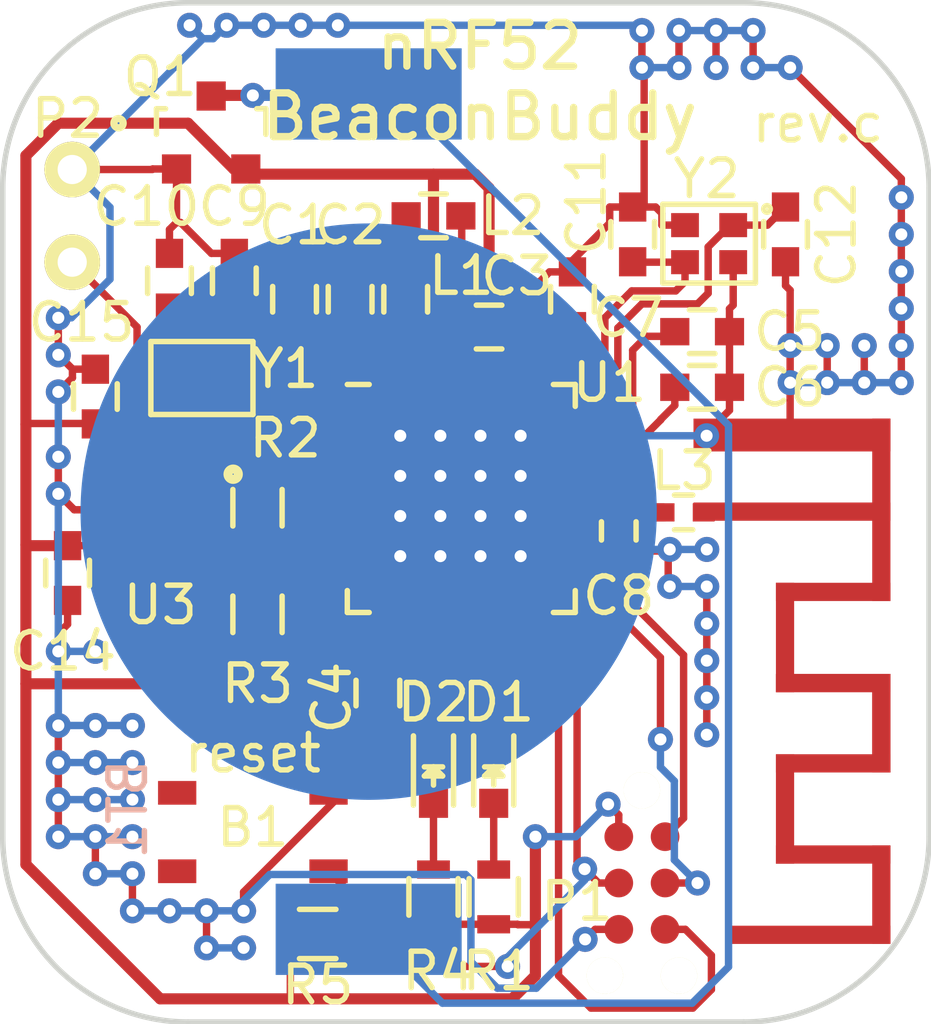
<source format=kicad_pcb>
(kicad_pcb (version 20171130) (host pcbnew "(5.1.12)-1")

  (general
    (thickness 1.6)
    (drawings 11)
    (tracks 498)
    (zones 0)
    (modules 112)
    (nets 53)
  )

  (page A4)
  (layers
    (0 F.Cu signal)
    (31 B.Cu signal)
    (32 B.Adhes user hide)
    (33 F.Adhes user hide)
    (34 B.Paste user hide)
    (35 F.Paste user hide)
    (36 B.SilkS user hide)
    (37 F.SilkS user hide)
    (38 B.Mask user hide)
    (39 F.Mask user hide)
    (40 Dwgs.User user hide)
    (41 Cmts.User user hide)
    (42 Eco1.User user hide)
    (43 Eco2.User user hide)
    (44 Edge.Cuts user)
    (45 Margin user hide)
    (46 B.CrtYd user hide)
    (47 F.CrtYd user hide)
    (48 B.Fab user hide)
    (49 F.Fab user hide)
  )

  (setup
    (last_trace_width 0.2032)
    (trace_clearance 0.1524)
    (zone_clearance 0.2032)
    (zone_45_only no)
    (trace_min 0.2)
    (via_size 0.6858)
    (via_drill 0.3302)
    (via_min_size 0.4)
    (via_min_drill 0.3)
    (uvia_size 0.3)
    (uvia_drill 0.1)
    (uvias_allowed no)
    (uvia_min_size 0.2)
    (uvia_min_drill 0.1)
    (edge_width 0.15)
    (segment_width 0.2)
    (pcb_text_width 0.3)
    (pcb_text_size 1.5 1.5)
    (mod_edge_width 0.15)
    (mod_text_size 1 1)
    (mod_text_width 0.15)
    (pad_size 0.6858 0.6858)
    (pad_drill 0.3302)
    (pad_to_mask_clearance 0.0508)
    (aux_axis_origin 0 0)
    (visible_elements 7FFFFF7F)
    (pcbplotparams
      (layerselection 0x010fc_80000001)
      (usegerberextensions false)
      (usegerberattributes true)
      (usegerberadvancedattributes true)
      (creategerberjobfile true)
      (excludeedgelayer true)
      (linewidth 0.100000)
      (plotframeref false)
      (viasonmask false)
      (mode 1)
      (useauxorigin false)
      (hpglpennumber 1)
      (hpglpenspeed 20)
      (hpglpendiameter 15.000000)
      (psnegative false)
      (psa4output false)
      (plotreference true)
      (plotvalue true)
      (plotinvisibletext false)
      (padsonsilk false)
      (subtractmaskfromsilk false)
      (outputformat 1)
      (mirror false)
      (drillshape 0)
      (scaleselection 1)
      (outputdirectory "Gerber/"))
  )

  (net 0 "")
  (net 1 "Net-(C1-Pad1)")
  (net 2 GND)
  (net 3 VDD)
  (net 4 "Net-(C3-Pad1)")
  (net 5 "Net-(C5-Pad2)")
  (net 6 "Net-(C6-Pad2)")
  (net 7 /ANT)
  (net 8 /XL1)
  (net 9 /XL2)
  (net 10 /XC1)
  (net 11 /XC2)
  (net 12 /RF_OUT)
  (net 13 "Net-(L1-Pad1)")
  (net 14 "Net-(L1-Pad2)")
  (net 15 "Net-(U1-Pad5)")
  (net 16 "Net-(U1-Pad6)")
  (net 17 "Net-(U1-Pad7)")
  (net 18 "Net-(U1-Pad10)")
  (net 19 "Net-(U1-Pad11)")
  (net 20 "Net-(U1-Pad12)")
  (net 21 "Net-(U1-Pad14)")
  (net 22 "Net-(U1-Pad15)")
  (net 23 "Net-(U1-Pad16)")
  (net 24 "Net-(U1-Pad17)")
  (net 25 "Net-(U1-Pad18)")
  (net 26 "Net-(U1-Pad22)")
  (net 27 "Net-(U1-Pad23)")
  (net 28 /nRESET)
  (net 29 /SWDCLK)
  (net 30 /SWDIO)
  (net 31 "Net-(U1-Pad27)")
  (net 32 "Net-(U1-Pad28)")
  (net 33 "Net-(U1-Pad29)")
  (net 34 "Net-(U1-Pad37)")
  (net 35 "Net-(U1-Pad38)")
  (net 36 "Net-(U1-Pad39)")
  (net 37 "Net-(U1-Pad40)")
  (net 38 "Net-(U1-Pad41)")
  (net 39 "Net-(U1-Pad42)")
  (net 40 "Net-(U1-Pad43)")
  (net 41 "Net-(U1-Pad44)")
  (net 42 /SWO)
  (net 43 "Net-(BT1-Pad1)")
  (net 44 "Net-(D1-Pad2)")
  (net 45 "Net-(D1-Pad1)")
  (net 46 /SDA)
  (net 47 /SCL)
  (net 48 /AIN0)
  (net 49 "Net-(B1-Pad2)")
  (net 50 "Net-(B1-Pad4)")
  (net 51 "Net-(D2-Pad2)")
  (net 52 "Net-(D2-Pad1)")

  (net_class Default "This is the default net class."
    (clearance 0.1524)
    (trace_width 0.2032)
    (via_dia 0.6858)
    (via_drill 0.3302)
    (uvia_dia 0.3)
    (uvia_drill 0.1)
    (add_net /AIN0)
    (add_net /ANT)
    (add_net /RF_OUT)
    (add_net /SCL)
    (add_net /SDA)
    (add_net /SWDCLK)
    (add_net /SWDIO)
    (add_net /SWO)
    (add_net /XC1)
    (add_net /XC2)
    (add_net /XL1)
    (add_net /XL2)
    (add_net /nRESET)
    (add_net GND)
    (add_net "Net-(B1-Pad2)")
    (add_net "Net-(B1-Pad4)")
    (add_net "Net-(BT1-Pad1)")
    (add_net "Net-(C1-Pad1)")
    (add_net "Net-(C3-Pad1)")
    (add_net "Net-(C5-Pad2)")
    (add_net "Net-(C6-Pad2)")
    (add_net "Net-(D1-Pad1)")
    (add_net "Net-(D1-Pad2)")
    (add_net "Net-(D2-Pad1)")
    (add_net "Net-(D2-Pad2)")
    (add_net "Net-(L1-Pad1)")
    (add_net "Net-(L1-Pad2)")
    (add_net "Net-(U1-Pad10)")
    (add_net "Net-(U1-Pad11)")
    (add_net "Net-(U1-Pad12)")
    (add_net "Net-(U1-Pad14)")
    (add_net "Net-(U1-Pad15)")
    (add_net "Net-(U1-Pad16)")
    (add_net "Net-(U1-Pad17)")
    (add_net "Net-(U1-Pad18)")
    (add_net "Net-(U1-Pad22)")
    (add_net "Net-(U1-Pad23)")
    (add_net "Net-(U1-Pad27)")
    (add_net "Net-(U1-Pad28)")
    (add_net "Net-(U1-Pad29)")
    (add_net "Net-(U1-Pad37)")
    (add_net "Net-(U1-Pad38)")
    (add_net "Net-(U1-Pad39)")
    (add_net "Net-(U1-Pad40)")
    (add_net "Net-(U1-Pad41)")
    (add_net "Net-(U1-Pad42)")
    (add_net "Net-(U1-Pad43)")
    (add_net "Net-(U1-Pad44)")
    (add_net "Net-(U1-Pad5)")
    (add_net "Net-(U1-Pad6)")
    (add_net "Net-(U1-Pad7)")
    (add_net VDD)
  )

  (module new_footprints:Via-13mil (layer F.Cu) (tedit 580C23AA) (tstamp 580C2BC1)
    (at 158.54 100.948)
    (fp_text reference REF**_78 (at 0 3.302) (layer F.SilkS) hide
      (effects (font (size 1 1) (thickness 0.15)))
    )
    (fp_text value Via-13mil (at 0 -3.048) (layer F.Fab) hide
      (effects (font (size 1 1) (thickness 0.15)))
    )
    (pad 1 thru_hole circle (at 0 0) (size 0.6858 0.6858) (drill 0.3302) (layers *.Cu)
      (net 2 GND) (zone_connect 2))
  )

  (module new_footprints:Via-13mil (layer F.Cu) (tedit 580C23AA) (tstamp 580C2BBD)
    (at 157.524 100.948)
    (fp_text reference REF**_77 (at 0 3.302) (layer F.SilkS) hide
      (effects (font (size 1 1) (thickness 0.15)))
    )
    (fp_text value Via-13mil (at 0 -3.048) (layer F.Fab) hide
      (effects (font (size 1 1) (thickness 0.15)))
    )
    (pad 1 thru_hole circle (at 0 0) (size 0.6858 0.6858) (drill 0.3302) (layers *.Cu)
      (net 2 GND) (zone_connect 2))
  )

  (module new_footprints:Via-13mil (layer F.Cu) (tedit 580C23AA) (tstamp 580C2BB9)
    (at 161.588 100.948)
    (fp_text reference REF**_76 (at 0 3.302) (layer F.SilkS) hide
      (effects (font (size 1 1) (thickness 0.15)))
    )
    (fp_text value Via-13mil (at 0 -3.048) (layer F.Fab) hide
      (effects (font (size 1 1) (thickness 0.15)))
    )
    (pad 1 thru_hole circle (at 0 0) (size 0.6858 0.6858) (drill 0.3302) (layers *.Cu)
      (net 2 GND) (zone_connect 2))
  )

  (module new_footprints:Via-13mil (layer F.Cu) (tedit 580C23AA) (tstamp 580C2BB5)
    (at 160.572 100.948)
    (fp_text reference REF**_75 (at 0 3.302) (layer F.SilkS) hide
      (effects (font (size 1 1) (thickness 0.15)))
    )
    (fp_text value Via-13mil (at 0 -3.048) (layer F.Fab) hide
      (effects (font (size 1 1) (thickness 0.15)))
    )
    (pad 1 thru_hole circle (at 0 0) (size 0.6858 0.6858) (drill 0.3302) (layers *.Cu)
      (net 2 GND) (zone_connect 2))
  )

  (module new_footprints:Via-13mil (layer F.Cu) (tedit 580C23AA) (tstamp 580C2BB1)
    (at 159.556 100.948)
    (fp_text reference REF**_74 (at 0 3.302) (layer F.SilkS) hide
      (effects (font (size 1 1) (thickness 0.15)))
    )
    (fp_text value Via-13mil (at 0 -3.048) (layer F.Fab) hide
      (effects (font (size 1 1) (thickness 0.15)))
    )
    (pad 1 thru_hole circle (at 0 0) (size 0.6858 0.6858) (drill 0.3302) (layers *.Cu)
      (net 2 GND) (zone_connect 2))
  )

  (module new_footprints:Via-13mil (layer F.Cu) (tedit 580C23AA) (tstamp 580C2BAB)
    (at 164.4 112.2)
    (fp_text reference REF**_73 (at 0 3.302) (layer F.SilkS) hide
      (effects (font (size 1 1) (thickness 0.15)))
    )
    (fp_text value Via-13mil (at 0 -3.048) (layer F.Fab) hide
      (effects (font (size 1 1) (thickness 0.15)))
    )
    (pad 1 thru_hole circle (at 0 0) (size 0.6858 0.6858) (drill 0.3302) (layers *.Cu)
      (net 2 GND) (zone_connect 2))
  )

  (module new_footprints:Via-13mil (layer F.Cu) (tedit 580C23AA) (tstamp 580C2BA7)
    (at 163.3 112.2)
    (fp_text reference REF**_72 (at 0 3.302) (layer F.SilkS) hide
      (effects (font (size 1 1) (thickness 0.15)))
    )
    (fp_text value Via-13mil (at 0 -3.048) (layer F.Fab) hide
      (effects (font (size 1 1) (thickness 0.15)))
    )
    (pad 1 thru_hole circle (at 0 0) (size 0.6858 0.6858) (drill 0.3302) (layers *.Cu)
      (net 2 GND) (zone_connect 2))
  )

  (module new_footprints:Via-13mil (layer F.Cu) (tedit 580C23AA) (tstamp 580C2BA3)
    (at 163.3 113.3)
    (fp_text reference REF**_71 (at 0 3.302) (layer F.SilkS) hide
      (effects (font (size 1 1) (thickness 0.15)))
    )
    (fp_text value Via-13mil (at 0 -3.048) (layer F.Fab) hide
      (effects (font (size 1 1) (thickness 0.15)))
    )
    (pad 1 thru_hole circle (at 0 0) (size 0.6858 0.6858) (drill 0.3302) (layers *.Cu)
      (net 2 GND) (zone_connect 2))
  )

  (module new_footprints:Via-13mil (layer F.Cu) (tedit 580C23AA) (tstamp 580C2B9F)
    (at 164.4 113.3)
    (fp_text reference REF**_70 (at 0 3.302) (layer F.SilkS) hide
      (effects (font (size 1 1) (thickness 0.15)))
    )
    (fp_text value Via-13mil (at 0 -3.048) (layer F.Fab) hide
      (effects (font (size 1 1) (thickness 0.15)))
    )
    (pad 1 thru_hole circle (at 0 0) (size 0.6858 0.6858) (drill 0.3302) (layers *.Cu)
      (net 2 GND) (zone_connect 2))
  )

  (module new_footprints:Via-13mil (layer F.Cu) (tedit 580C23AA) (tstamp 580C2B9B)
    (at 166.6 112.2)
    (fp_text reference REF**_69 (at 0 3.302) (layer F.SilkS) hide
      (effects (font (size 1 1) (thickness 0.15)))
    )
    (fp_text value Via-13mil (at 0 -3.048) (layer F.Fab) hide
      (effects (font (size 1 1) (thickness 0.15)))
    )
    (pad 1 thru_hole circle (at 0 0) (size 0.6858 0.6858) (drill 0.3302) (layers *.Cu)
      (net 2 GND) (zone_connect 2))
  )

  (module new_footprints:Via-13mil (layer F.Cu) (tedit 580C23AA) (tstamp 580C2B97)
    (at 165.5 112.2)
    (fp_text reference REF**_68 (at 0 3.302) (layer F.SilkS) hide
      (effects (font (size 1 1) (thickness 0.15)))
    )
    (fp_text value Via-13mil (at 0 -3.048) (layer F.Fab) hide
      (effects (font (size 1 1) (thickness 0.15)))
    )
    (pad 1 thru_hole circle (at 0 0) (size 0.6858 0.6858) (drill 0.3302) (layers *.Cu)
      (net 2 GND) (zone_connect 2))
  )

  (module new_footprints:Via-13mil (layer F.Cu) (tedit 580C23AA) (tstamp 580C2B93)
    (at 165.5 113.3)
    (fp_text reference REF**_67 (at 0 3.302) (layer F.SilkS) hide
      (effects (font (size 1 1) (thickness 0.15)))
    )
    (fp_text value Via-13mil (at 0 -3.048) (layer F.Fab) hide
      (effects (font (size 1 1) (thickness 0.15)))
    )
    (pad 1 thru_hole circle (at 0 0) (size 0.6858 0.6858) (drill 0.3302) (layers *.Cu)
      (net 2 GND) (zone_connect 2))
  )

  (module new_footprints:Via-13mil (layer F.Cu) (tedit 580C23AA) (tstamp 580C2B8F)
    (at 166.6 113.3)
    (fp_text reference REF**_66 (at 0 3.302) (layer F.SilkS) hide
      (effects (font (size 1 1) (thickness 0.15)))
    )
    (fp_text value Via-13mil (at 0 -3.048) (layer F.Fab) hide
      (effects (font (size 1 1) (thickness 0.15)))
    )
    (pad 1 thru_hole circle (at 0 0) (size 0.6858 0.6858) (drill 0.3302) (layers *.Cu)
      (net 2 GND) (zone_connect 2))
  )

  (module new_footprints:Via-13mil (layer F.Cu) (tedit 580C23AA) (tstamp 580C2B8B)
    (at 166.6 114.4)
    (fp_text reference REF**_65 (at 0 3.302) (layer F.SilkS) hide
      (effects (font (size 1 1) (thickness 0.15)))
    )
    (fp_text value Via-13mil (at 0 -3.048) (layer F.Fab) hide
      (effects (font (size 1 1) (thickness 0.15)))
    )
    (pad 1 thru_hole circle (at 0 0) (size 0.6858 0.6858) (drill 0.3302) (layers *.Cu)
      (net 2 GND) (zone_connect 2))
  )

  (module new_footprints:Via-13mil (layer F.Cu) (tedit 580C23AA) (tstamp 580C2B87)
    (at 165.5 114.4)
    (fp_text reference REF**_64 (at 0 3.302) (layer F.SilkS) hide
      (effects (font (size 1 1) (thickness 0.15)))
    )
    (fp_text value Via-13mil (at 0 -3.048) (layer F.Fab) hide
      (effects (font (size 1 1) (thickness 0.15)))
    )
    (pad 1 thru_hole circle (at 0 0) (size 0.6858 0.6858) (drill 0.3302) (layers *.Cu)
      (net 2 GND) (zone_connect 2))
  )

  (module new_footprints:Via-13mil (layer F.Cu) (tedit 580C23AA) (tstamp 580C2B83)
    (at 165.5 115.5)
    (fp_text reference REF**_63 (at 0 3.302) (layer F.SilkS) hide
      (effects (font (size 1 1) (thickness 0.15)))
    )
    (fp_text value Via-13mil (at 0 -3.048) (layer F.Fab) hide
      (effects (font (size 1 1) (thickness 0.15)))
    )
    (pad 1 thru_hole circle (at 0 0) (size 0.6858 0.6858) (drill 0.3302) (layers *.Cu)
      (net 2 GND) (zone_connect 2))
  )

  (module new_footprints:Via-13mil (layer F.Cu) (tedit 580C23AA) (tstamp 580C2B7F)
    (at 166.6 115.5)
    (fp_text reference REF**_62 (at 0 3.302) (layer F.SilkS) hide
      (effects (font (size 1 1) (thickness 0.15)))
    )
    (fp_text value Via-13mil (at 0 -3.048) (layer F.Fab) hide
      (effects (font (size 1 1) (thickness 0.15)))
    )
    (pad 1 thru_hole circle (at 0 0) (size 0.6858 0.6858) (drill 0.3302) (layers *.Cu)
      (net 2 GND) (zone_connect 2))
  )

  (module new_footprints:Via-13mil (layer F.Cu) (tedit 580C23AA) (tstamp 580C2B78)
    (at 164.4 115.5)
    (fp_text reference REF**_61 (at 0 3.302) (layer F.SilkS) hide
      (effects (font (size 1 1) (thickness 0.15)))
    )
    (fp_text value Via-13mil (at 0 -3.048) (layer F.Fab) hide
      (effects (font (size 1 1) (thickness 0.15)))
    )
    (pad 1 thru_hole circle (at 0 0) (size 0.6858 0.6858) (drill 0.3302) (layers *.Cu)
      (net 2 GND) (zone_connect 2))
  )

  (module new_footprints:Via-13mil (layer F.Cu) (tedit 580C23AA) (tstamp 580C2B74)
    (at 164.4 114.4)
    (fp_text reference REF**_60 (at 0 3.302) (layer F.SilkS) hide
      (effects (font (size 1 1) (thickness 0.15)))
    )
    (fp_text value Via-13mil (at 0 -3.048) (layer F.Fab) hide
      (effects (font (size 1 1) (thickness 0.15)))
    )
    (pad 1 thru_hole circle (at 0 0) (size 0.6858 0.6858) (drill 0.3302) (layers *.Cu)
      (net 2 GND) (zone_connect 2))
  )

  (module new_footprints:Via-13mil (layer F.Cu) (tedit 580C23AA) (tstamp 580C2B70)
    (at 163.3 114.4)
    (fp_text reference REF**_59 (at 0 3.302) (layer F.SilkS) hide
      (effects (font (size 1 1) (thickness 0.15)))
    )
    (fp_text value Via-13mil (at 0 -3.048) (layer F.Fab) hide
      (effects (font (size 1 1) (thickness 0.15)))
    )
    (pad 1 thru_hole circle (at 0 0) (size 0.6858 0.6858) (drill 0.3302) (layers *.Cu)
      (net 2 GND) (zone_connect 2))
  )

  (module new_footprints:Via-13mil (layer F.Cu) (tedit 580C23AA) (tstamp 580C2B6C)
    (at 163.3 115.5)
    (fp_text reference REF**_58 (at 0 3.302) (layer F.SilkS) hide
      (effects (font (size 1 1) (thickness 0.15)))
    )
    (fp_text value Via-13mil (at 0 -3.048) (layer F.Fab) hide
      (effects (font (size 1 1) (thickness 0.15)))
    )
    (pad 1 thru_hole circle (at 0 0) (size 0.6858 0.6858) (drill 0.3302) (layers *.Cu)
      (net 2 GND) (zone_connect 2))
  )

  (module new_footprints:Via-13mil (layer F.Cu) (tedit 580C23AA) (tstamp 580C2B4C)
    (at 154.94 118.11)
    (fp_text reference REF**_57 (at 0 3.302) (layer F.SilkS) hide
      (effects (font (size 1 1) (thickness 0.15)))
    )
    (fp_text value Via-13mil (at 0 -3.048) (layer F.Fab) hide
      (effects (font (size 1 1) (thickness 0.15)))
    )
    (pad 1 thru_hole circle (at 0 0) (size 0.6858 0.6858) (drill 0.3302) (layers *.Cu)
      (net 2 GND) (zone_connect 2))
  )

  (module new_footprints:Via-13mil (layer F.Cu) (tedit 580C23AA) (tstamp 580C2B48)
    (at 153.924 118.11)
    (fp_text reference REF**_56 (at 0 3.302) (layer F.SilkS) hide
      (effects (font (size 1 1) (thickness 0.15)))
    )
    (fp_text value Via-13mil (at 0 -3.048) (layer F.Fab) hide
      (effects (font (size 1 1) (thickness 0.15)))
    )
    (pad 1 thru_hole circle (at 0 0) (size 0.6858 0.6858) (drill 0.3302) (layers *.Cu)
      (net 2 GND) (zone_connect 2))
  )

  (module new_footprints:Via-13mil (layer F.Cu) (tedit 580C23AA) (tstamp 580C2B44)
    (at 153.924 113.792)
    (fp_text reference REF**_55 (at 0 3.302) (layer F.SilkS) hide
      (effects (font (size 1 1) (thickness 0.15)))
    )
    (fp_text value Via-13mil (at 0 -3.048) (layer F.Fab) hide
      (effects (font (size 1 1) (thickness 0.15)))
    )
    (pad 1 thru_hole circle (at 0 0) (size 0.6858 0.6858) (drill 0.3302) (layers *.Cu)
      (net 2 GND) (zone_connect 2))
  )

  (module new_footprints:Via-13mil (layer F.Cu) (tedit 580C23AA) (tstamp 580C2B40)
    (at 153.924 112.776)
    (fp_text reference REF**_54 (at 0 3.302) (layer F.SilkS) hide
      (effects (font (size 1 1) (thickness 0.15)))
    )
    (fp_text value Via-13mil (at 0 -3.048) (layer F.Fab) hide
      (effects (font (size 1 1) (thickness 0.15)))
    )
    (pad 1 thru_hole circle (at 0 0) (size 0.6858 0.6858) (drill 0.3302) (layers *.Cu)
      (net 2 GND) (zone_connect 2))
  )

  (module new_footprints:Via-13mil (layer F.Cu) (tedit 580C23AA) (tstamp 580C2B3C)
    (at 153.924 108.966)
    (fp_text reference REF**_53 (at 0 3.302) (layer F.SilkS) hide
      (effects (font (size 1 1) (thickness 0.15)))
    )
    (fp_text value Via-13mil (at 0 -3.048) (layer F.Fab) hide
      (effects (font (size 1 1) (thickness 0.15)))
    )
    (pad 1 thru_hole circle (at 0 0) (size 0.6858 0.6858) (drill 0.3302) (layers *.Cu)
      (net 2 GND) (zone_connect 2))
  )

  (module new_footprints:Via-13mil (layer F.Cu) (tedit 580C23AA) (tstamp 580C2B38)
    (at 153.924 109.982)
    (fp_text reference REF**_52 (at 0 3.302) (layer F.SilkS) hide
      (effects (font (size 1 1) (thickness 0.15)))
    )
    (fp_text value Via-13mil (at 0 -3.048) (layer F.Fab) hide
      (effects (font (size 1 1) (thickness 0.15)))
    )
    (pad 1 thru_hole circle (at 0 0) (size 0.6858 0.6858) (drill 0.3302) (layers *.Cu)
      (net 2 GND) (zone_connect 2))
  )

  (module new_footprints:Via-13mil (layer F.Cu) (tedit 580C23AA) (tstamp 580C2B34)
    (at 153.924 110.998)
    (fp_text reference REF**_51 (at 0 3.302) (layer F.SilkS) hide
      (effects (font (size 1 1) (thickness 0.15)))
    )
    (fp_text value Via-13mil (at 0 -3.048) (layer F.Fab) hide
      (effects (font (size 1 1) (thickness 0.15)))
    )
    (pad 1 thru_hole circle (at 0 0) (size 0.6858 0.6858) (drill 0.3302) (layers *.Cu)
      (net 2 GND) (zone_connect 2))
  )

  (module new_footprints:Via-13mil (layer F.Cu) (tedit 580C23AA) (tstamp 580C2B2B)
    (at 159.004 126.238)
    (fp_text reference REF**_50 (at 0 3.302) (layer F.SilkS) hide
      (effects (font (size 1 1) (thickness 0.15)))
    )
    (fp_text value Via-13mil (at 0 -3.048) (layer F.Fab) hide
      (effects (font (size 1 1) (thickness 0.15)))
    )
    (pad 1 thru_hole circle (at 0 0) (size 0.6858 0.6858) (drill 0.3302) (layers *.Cu)
      (net 2 GND) (zone_connect 2))
  )

  (module new_footprints:Via-13mil (layer F.Cu) (tedit 580C23AA) (tstamp 580C2B27)
    (at 159.004 125.222)
    (fp_text reference REF**_49 (at 0 3.302) (layer F.SilkS) hide
      (effects (font (size 1 1) (thickness 0.15)))
    )
    (fp_text value Via-13mil (at 0 -3.048) (layer F.Fab) hide
      (effects (font (size 1 1) (thickness 0.15)))
    )
    (pad 1 thru_hole circle (at 0 0) (size 0.6858 0.6858) (drill 0.3302) (layers *.Cu)
      (net 2 GND) (zone_connect 2))
  )

  (module new_footprints:Via-13mil (layer F.Cu) (tedit 580C23AA) (tstamp 580C2B23)
    (at 157.988 125.222)
    (fp_text reference REF**_48 (at 0 3.302) (layer F.SilkS) hide
      (effects (font (size 1 1) (thickness 0.15)))
    )
    (fp_text value Via-13mil (at 0 -3.048) (layer F.Fab) hide
      (effects (font (size 1 1) (thickness 0.15)))
    )
    (pad 1 thru_hole circle (at 0 0) (size 0.6858 0.6858) (drill 0.3302) (layers *.Cu)
      (net 2 GND) (zone_connect 2))
  )

  (module new_footprints:Via-13mil (layer F.Cu) (tedit 580C23AA) (tstamp 580C2B1F)
    (at 157.988 126.238)
    (fp_text reference REF**_47 (at 0 3.302) (layer F.SilkS) hide
      (effects (font (size 1 1) (thickness 0.15)))
    )
    (fp_text value Via-13mil (at 0 -3.048) (layer F.Fab) hide
      (effects (font (size 1 1) (thickness 0.15)))
    )
    (pad 1 thru_hole circle (at 0 0) (size 0.6858 0.6858) (drill 0.3302) (layers *.Cu)
      (net 2 GND) (zone_connect 2))
  )

  (module new_footprints:Via-13mil (layer F.Cu) (tedit 580C23AA) (tstamp 580C2B13)
    (at 156.972 125.222)
    (fp_text reference REF**_46 (at 0 3.302) (layer F.SilkS) hide
      (effects (font (size 1 1) (thickness 0.15)))
    )
    (fp_text value Via-13mil (at 0 -3.048) (layer F.Fab) hide
      (effects (font (size 1 1) (thickness 0.15)))
    )
    (pad 1 thru_hole circle (at 0 0) (size 0.6858 0.6858) (drill 0.3302) (layers *.Cu)
      (net 2 GND) (zone_connect 2))
  )

  (module new_footprints:Via-13mil (layer F.Cu) (tedit 580C23AA) (tstamp 580C2AF2)
    (at 155.956 124.206)
    (fp_text reference REF**_45 (at 0 3.302) (layer F.SilkS) hide
      (effects (font (size 1 1) (thickness 0.15)))
    )
    (fp_text value Via-13mil (at 0 -3.048) (layer F.Fab) hide
      (effects (font (size 1 1) (thickness 0.15)))
    )
    (pad 1 thru_hole circle (at 0 0) (size 0.6858 0.6858) (drill 0.3302) (layers *.Cu)
      (net 2 GND) (zone_connect 2))
  )

  (module new_footprints:Via-13mil (layer F.Cu) (tedit 580C23AA) (tstamp 580C2AEE)
    (at 155.956 123.19)
    (fp_text reference REF**_44 (at 0 3.302) (layer F.SilkS) hide
      (effects (font (size 1 1) (thickness 0.15)))
    )
    (fp_text value Via-13mil (at 0 -3.048) (layer F.Fab) hide
      (effects (font (size 1 1) (thickness 0.15)))
    )
    (pad 1 thru_hole circle (at 0 0) (size 0.6858 0.6858) (drill 0.3302) (layers *.Cu)
      (net 2 GND) (zone_connect 2))
  )

  (module new_footprints:Via-13mil (layer F.Cu) (tedit 580C23AA) (tstamp 580C2AEA)
    (at 155.956 125.222)
    (fp_text reference REF**_43 (at 0 3.302) (layer F.SilkS) hide
      (effects (font (size 1 1) (thickness 0.15)))
    )
    (fp_text value Via-13mil (at 0 -3.048) (layer F.Fab) hide
      (effects (font (size 1 1) (thickness 0.15)))
    )
    (pad 1 thru_hole circle (at 0 0) (size 0.6858 0.6858) (drill 0.3302) (layers *.Cu)
      (net 2 GND) (zone_connect 2))
  )

  (module new_footprints:Via-13mil (layer F.Cu) (tedit 580C23AA) (tstamp 580C2AE6)
    (at 155.956 122.174)
    (fp_text reference REF**_42 (at 0 3.302) (layer F.SilkS) hide
      (effects (font (size 1 1) (thickness 0.15)))
    )
    (fp_text value Via-13mil (at 0 -3.048) (layer F.Fab) hide
      (effects (font (size 1 1) (thickness 0.15)))
    )
    (pad 1 thru_hole circle (at 0 0) (size 0.6858 0.6858) (drill 0.3302) (layers *.Cu)
      (net 2 GND) (zone_connect 2))
  )

  (module new_footprints:Via-13mil (layer F.Cu) (tedit 580C23AA) (tstamp 580C2AE2)
    (at 155.956 121.158)
    (fp_text reference REF**_41 (at 0 3.302) (layer F.SilkS) hide
      (effects (font (size 1 1) (thickness 0.15)))
    )
    (fp_text value Via-13mil (at 0 -3.048) (layer F.Fab) hide
      (effects (font (size 1 1) (thickness 0.15)))
    )
    (pad 1 thru_hole circle (at 0 0) (size 0.6858 0.6858) (drill 0.3302) (layers *.Cu)
      (net 2 GND) (zone_connect 2))
  )

  (module new_footprints:Via-13mil (layer F.Cu) (tedit 580C23AA) (tstamp 580C2ADE)
    (at 155.956 120.142)
    (fp_text reference REF**_40 (at 0 3.302) (layer F.SilkS) hide
      (effects (font (size 1 1) (thickness 0.15)))
    )
    (fp_text value Via-13mil (at 0 -3.048) (layer F.Fab) hide
      (effects (font (size 1 1) (thickness 0.15)))
    )
    (pad 1 thru_hole circle (at 0 0) (size 0.6858 0.6858) (drill 0.3302) (layers *.Cu)
      (net 2 GND) (zone_connect 2))
  )

  (module new_footprints:Via-13mil (layer F.Cu) (tedit 580C23AA) (tstamp 580C2AD8)
    (at 154.94 124.206)
    (fp_text reference REF**_39 (at 0 3.302) (layer F.SilkS) hide
      (effects (font (size 1 1) (thickness 0.15)))
    )
    (fp_text value Via-13mil (at 0 -3.048) (layer F.Fab) hide
      (effects (font (size 1 1) (thickness 0.15)))
    )
    (pad 1 thru_hole circle (at 0 0) (size 0.6858 0.6858) (drill 0.3302) (layers *.Cu)
      (net 2 GND) (zone_connect 2))
  )

  (module new_footprints:Via-13mil (layer F.Cu) (tedit 580C23AA) (tstamp 580C2AD4)
    (at 154.94 122.174)
    (fp_text reference REF**_38 (at 0 3.302) (layer F.SilkS) hide
      (effects (font (size 1 1) (thickness 0.15)))
    )
    (fp_text value Via-13mil (at 0 -3.048) (layer F.Fab) hide
      (effects (font (size 1 1) (thickness 0.15)))
    )
    (pad 1 thru_hole circle (at 0 0) (size 0.6858 0.6858) (drill 0.3302) (layers *.Cu)
      (net 2 GND) (zone_connect 2))
  )

  (module new_footprints:Via-13mil (layer F.Cu) (tedit 580C23AA) (tstamp 580C2AD0)
    (at 154.94 123.19)
    (fp_text reference REF**_37 (at 0 3.302) (layer F.SilkS) hide
      (effects (font (size 1 1) (thickness 0.15)))
    )
    (fp_text value Via-13mil (at 0 -3.048) (layer F.Fab) hide
      (effects (font (size 1 1) (thickness 0.15)))
    )
    (pad 1 thru_hole circle (at 0 0) (size 0.6858 0.6858) (drill 0.3302) (layers *.Cu)
      (net 2 GND) (zone_connect 2))
  )

  (module new_footprints:Via-13mil (layer F.Cu) (tedit 580C23AA) (tstamp 580C2ACC)
    (at 154.94 120.142)
    (fp_text reference REF**_36 (at 0 3.302) (layer F.SilkS) hide
      (effects (font (size 1 1) (thickness 0.15)))
    )
    (fp_text value Via-13mil (at 0 -3.048) (layer F.Fab) hide
      (effects (font (size 1 1) (thickness 0.15)))
    )
    (pad 1 thru_hole circle (at 0 0) (size 0.6858 0.6858) (drill 0.3302) (layers *.Cu)
      (net 2 GND) (zone_connect 2))
  )

  (module new_footprints:Via-13mil (layer F.Cu) (tedit 580C23AA) (tstamp 580C2AC8)
    (at 154.94 121.158)
    (fp_text reference REF**_35 (at 0 3.302) (layer F.SilkS) hide
      (effects (font (size 1 1) (thickness 0.15)))
    )
    (fp_text value Via-13mil (at 0 -3.048) (layer F.Fab) hide
      (effects (font (size 1 1) (thickness 0.15)))
    )
    (pad 1 thru_hole circle (at 0 0) (size 0.6858 0.6858) (drill 0.3302) (layers *.Cu)
      (net 2 GND) (zone_connect 2))
  )

  (module new_footprints:Via-13mil (layer F.Cu) (tedit 580C23AA) (tstamp 580C2AC2)
    (at 153.924 122.174)
    (fp_text reference REF**_34 (at 0 3.302) (layer F.SilkS) hide
      (effects (font (size 1 1) (thickness 0.15)))
    )
    (fp_text value Via-13mil (at 0 -3.048) (layer F.Fab) hide
      (effects (font (size 1 1) (thickness 0.15)))
    )
    (pad 1 thru_hole circle (at 0 0) (size 0.6858 0.6858) (drill 0.3302) (layers *.Cu)
      (net 2 GND) (zone_connect 2))
  )

  (module new_footprints:Via-13mil (layer F.Cu) (tedit 580C23AA) (tstamp 580C2ABE)
    (at 153.924 123.19)
    (fp_text reference REF**_33 (at 0 3.302) (layer F.SilkS) hide
      (effects (font (size 1 1) (thickness 0.15)))
    )
    (fp_text value Via-13mil (at 0 -3.048) (layer F.Fab) hide
      (effects (font (size 1 1) (thickness 0.15)))
    )
    (pad 1 thru_hole circle (at 0 0) (size 0.6858 0.6858) (drill 0.3302) (layers *.Cu)
      (net 2 GND) (zone_connect 2))
  )

  (module new_footprints:Via-13mil (layer F.Cu) (tedit 580C23AA) (tstamp 580C2ABA)
    (at 153.924 121.158)
    (fp_text reference REF**_32 (at 0 3.302) (layer F.SilkS) hide
      (effects (font (size 1 1) (thickness 0.15)))
    )
    (fp_text value Via-13mil (at 0 -3.048) (layer F.Fab) hide
      (effects (font (size 1 1) (thickness 0.15)))
    )
    (pad 1 thru_hole circle (at 0 0) (size 0.6858 0.6858) (drill 0.3302) (layers *.Cu)
      (net 2 GND) (zone_connect 2))
  )

  (module new_footprints:Via-13mil (layer F.Cu) (tedit 580C23AA) (tstamp 580C2AB6)
    (at 153.924 120.142)
    (fp_text reference REF**_31 (at 0 3.302) (layer F.SilkS) hide
      (effects (font (size 1 1) (thickness 0.15)))
    )
    (fp_text value Via-13mil (at 0 -3.048) (layer F.Fab) hide
      (effects (font (size 1 1) (thickness 0.15)))
    )
    (pad 1 thru_hole circle (at 0 0) (size 0.6858 0.6858) (drill 0.3302) (layers *.Cu)
      (net 2 GND) (zone_connect 2))
  )

  (module new_footprints:Via-13mil (layer F.Cu) (tedit 580C23AA) (tstamp 580C2AAE)
    (at 172.974 102.108)
    (fp_text reference REF**_30 (at 0 3.302) (layer F.SilkS) hide
      (effects (font (size 1 1) (thickness 0.15)))
    )
    (fp_text value Via-13mil (at 0 -3.048) (layer F.Fab) hide
      (effects (font (size 1 1) (thickness 0.15)))
    )
    (pad 1 thru_hole circle (at 0 0) (size 0.6858 0.6858) (drill 0.3302) (layers *.Cu)
      (net 2 GND) (zone_connect 2))
  )

  (module new_footprints:Via-13mil (layer F.Cu) (tedit 580C23AA) (tstamp 580C2AAA)
    (at 173.99 102.108)
    (fp_text reference REF**_29 (at 0 3.302) (layer F.SilkS) hide
      (effects (font (size 1 1) (thickness 0.15)))
    )
    (fp_text value Via-13mil (at 0 -3.048) (layer F.Fab) hide
      (effects (font (size 1 1) (thickness 0.15)))
    )
    (pad 1 thru_hole circle (at 0 0) (size 0.6858 0.6858) (drill 0.3302) (layers *.Cu)
      (net 2 GND) (zone_connect 2))
  )

  (module new_footprints:Via-13mil (layer F.Cu) (tedit 580C23AA) (tstamp 580C2AA2)
    (at 172.974 101.092)
    (fp_text reference REF**_28 (at 0 3.302) (layer F.SilkS) hide
      (effects (font (size 1 1) (thickness 0.15)))
    )
    (fp_text value Via-13mil (at 0 -3.048) (layer F.Fab) hide
      (effects (font (size 1 1) (thickness 0.15)))
    )
    (pad 1 thru_hole circle (at 0 0) (size 0.6858 0.6858) (drill 0.3302) (layers *.Cu)
      (net 2 GND) (zone_connect 2))
  )

  (module new_footprints:Via-13mil (layer F.Cu) (tedit 580C23AA) (tstamp 580C2A9E)
    (at 171.958 102.108)
    (fp_text reference REF**_27 (at 0 3.302) (layer F.SilkS) hide
      (effects (font (size 1 1) (thickness 0.15)))
    )
    (fp_text value Via-13mil (at 0 -3.048) (layer F.Fab) hide
      (effects (font (size 1 1) (thickness 0.15)))
    )
    (pad 1 thru_hole circle (at 0 0) (size 0.6858 0.6858) (drill 0.3302) (layers *.Cu)
      (net 2 GND) (zone_connect 2))
  )

  (module new_footprints:Via-13mil (layer F.Cu) (tedit 580C23AA) (tstamp 580C2A9A)
    (at 171.958 101.092)
    (fp_text reference REF**_26 (at 0 3.302) (layer F.SilkS) hide
      (effects (font (size 1 1) (thickness 0.15)))
    )
    (fp_text value Via-13mil (at 0 -3.048) (layer F.Fab) hide
      (effects (font (size 1 1) (thickness 0.15)))
    )
    (pad 1 thru_hole circle (at 0 0) (size 0.6858 0.6858) (drill 0.3302) (layers *.Cu)
      (net 2 GND) (zone_connect 2))
  )

  (module new_footprints:Via-13mil (layer F.Cu) (tedit 580C23AA) (tstamp 580C2A96)
    (at 170.942 101.092)
    (fp_text reference REF**_25 (at 0 3.302) (layer F.SilkS) hide
      (effects (font (size 1 1) (thickness 0.15)))
    )
    (fp_text value Via-13mil (at 0 -3.048) (layer F.Fab) hide
      (effects (font (size 1 1) (thickness 0.15)))
    )
    (pad 1 thru_hole circle (at 0 0) (size 0.6858 0.6858) (drill 0.3302) (layers *.Cu)
      (net 2 GND) (zone_connect 2))
  )

  (module new_footprints:Via-13mil (layer F.Cu) (tedit 580C23AA) (tstamp 580C2A92)
    (at 170.942 102.108)
    (fp_text reference REF**_24 (at 0 3.302) (layer F.SilkS) hide
      (effects (font (size 1 1) (thickness 0.15)))
    )
    (fp_text value Via-13mil (at 0 -3.048) (layer F.Fab) hide
      (effects (font (size 1 1) (thickness 0.15)))
    )
    (pad 1 thru_hole circle (at 0 0) (size 0.6858 0.6858) (drill 0.3302) (layers *.Cu)
      (net 2 GND) (zone_connect 2))
  )

  (module new_footprints:Via-13mil (layer F.Cu) (tedit 580C23AA) (tstamp 580C2A8E)
    (at 169.926 101.092)
    (fp_text reference REF**_23 (at 0 3.302) (layer F.SilkS) hide
      (effects (font (size 1 1) (thickness 0.15)))
    )
    (fp_text value Via-13mil (at 0 -3.048) (layer F.Fab) hide
      (effects (font (size 1 1) (thickness 0.15)))
    )
    (pad 1 thru_hole circle (at 0 0) (size 0.6858 0.6858) (drill 0.3302) (layers *.Cu)
      (net 2 GND) (zone_connect 2))
  )

  (module new_footprints:Via-13mil (layer F.Cu) (tedit 580C23AA) (tstamp 580C2A8A)
    (at 169.926 102.108)
    (fp_text reference REF**_22 (at 0 3.302) (layer F.SilkS) hide
      (effects (font (size 1 1) (thickness 0.15)))
    )
    (fp_text value Via-13mil (at 0 -3.048) (layer F.Fab) hide
      (effects (font (size 1 1) (thickness 0.15)))
    )
    (pad 1 thru_hole circle (at 0 0) (size 0.6858 0.6858) (drill 0.3302) (layers *.Cu)
      (net 2 GND) (zone_connect 2))
  )

  (module new_footprints:Via-13mil (layer F.Cu) (tedit 580C23AA) (tstamp 580C2A83)
    (at 170.688 116.332)
    (fp_text reference REF**_21 (at 0 3.302) (layer F.SilkS) hide
      (effects (font (size 1 1) (thickness 0.15)))
    )
    (fp_text value Via-13mil (at 0 -3.048) (layer F.Fab) hide
      (effects (font (size 1 1) (thickness 0.15)))
    )
    (pad 1 thru_hole circle (at 0 0) (size 0.6858 0.6858) (drill 0.3302) (layers *.Cu)
      (net 2 GND) (zone_connect 2))
  )

  (module new_footprints:Via-13mil (layer F.Cu) (tedit 580C23AA) (tstamp 580C2A7F)
    (at 170.688 115.316)
    (fp_text reference REF**_20 (at 0 3.302) (layer F.SilkS) hide
      (effects (font (size 1 1) (thickness 0.15)))
    )
    (fp_text value Via-13mil (at 0 -3.048) (layer F.Fab) hide
      (effects (font (size 1 1) (thickness 0.15)))
    )
    (pad 1 thru_hole circle (at 0 0) (size 0.6858 0.6858) (drill 0.3302) (layers *.Cu)
      (net 2 GND) (zone_connect 2))
  )

  (module new_footprints:Via-13mil (layer F.Cu) (tedit 580C23AA) (tstamp 580C2A63)
    (at 171.704 119.38)
    (fp_text reference REF**_19 (at 0 3.302) (layer F.SilkS) hide
      (effects (font (size 1 1) (thickness 0.15)))
    )
    (fp_text value Via-13mil (at 0 -3.048) (layer F.Fab) hide
      (effects (font (size 1 1) (thickness 0.15)))
    )
    (pad 1 thru_hole circle (at 0 0) (size 0.6858 0.6858) (drill 0.3302) (layers *.Cu)
      (net 2 GND) (zone_connect 2))
  )

  (module new_footprints:Via-13mil (layer F.Cu) (tedit 580C23AA) (tstamp 580C2A5F)
    (at 171.704 120.396)
    (fp_text reference REF**_18 (at 0 3.302) (layer F.SilkS) hide
      (effects (font (size 1 1) (thickness 0.15)))
    )
    (fp_text value Via-13mil (at 0 -3.048) (layer F.Fab) hide
      (effects (font (size 1 1) (thickness 0.15)))
    )
    (pad 1 thru_hole circle (at 0 0) (size 0.6858 0.6858) (drill 0.3302) (layers *.Cu)
      (net 2 GND) (zone_connect 2))
  )

  (module new_footprints:Via-13mil (layer F.Cu) (tedit 580C23AA) (tstamp 580C2A54)
    (at 171.704 118.364)
    (fp_text reference REF**_17 (at 0 3.302) (layer F.SilkS) hide
      (effects (font (size 1 1) (thickness 0.15)))
    )
    (fp_text value Via-13mil (at 0 -3.048) (layer F.Fab) hide
      (effects (font (size 1 1) (thickness 0.15)))
    )
    (pad 1 thru_hole circle (at 0 0) (size 0.6858 0.6858) (drill 0.3302) (layers *.Cu)
      (net 2 GND) (zone_connect 2))
  )

  (module new_footprints:Via-13mil (layer F.Cu) (tedit 580C23AA) (tstamp 580C2A50)
    (at 171.704 117.348)
    (fp_text reference REF**_16 (at 0 3.302) (layer F.SilkS) hide
      (effects (font (size 1 1) (thickness 0.15)))
    )
    (fp_text value Via-13mil (at 0 -3.048) (layer F.Fab) hide
      (effects (font (size 1 1) (thickness 0.15)))
    )
    (pad 1 thru_hole circle (at 0 0) (size 0.6858 0.6858) (drill 0.3302) (layers *.Cu)
      (net 2 GND) (zone_connect 2))
  )

  (module new_footprints:Via-13mil (layer F.Cu) (tedit 580C23AA) (tstamp 580C2A4C)
    (at 171.704 116.332)
    (fp_text reference REF**_15 (at 0 3.302) (layer F.SilkS) hide
      (effects (font (size 1 1) (thickness 0.15)))
    )
    (fp_text value Via-13mil (at 0 -3.048) (layer F.Fab) hide
      (effects (font (size 1 1) (thickness 0.15)))
    )
    (pad 1 thru_hole circle (at 0 0) (size 0.6858 0.6858) (drill 0.3302) (layers *.Cu)
      (net 2 GND) (zone_connect 2))
  )

  (module new_footprints:Via-13mil (layer F.Cu) (tedit 580C23AA) (tstamp 580C2A48)
    (at 171.704 115.316)
    (fp_text reference REF**_14 (at 0 3.302) (layer F.SilkS) hide
      (effects (font (size 1 1) (thickness 0.15)))
    )
    (fp_text value Via-13mil (at 0 -3.048) (layer F.Fab) hide
      (effects (font (size 1 1) (thickness 0.15)))
    )
    (pad 1 thru_hole circle (at 0 0) (size 0.6858 0.6858) (drill 0.3302) (layers *.Cu)
      (net 2 GND) (zone_connect 2))
  )

  (module new_footprints:Via-13mil (layer F.Cu) (tedit 580C23AA) (tstamp 580C2A29)
    (at 176.022 109.728)
    (fp_text reference REF**_13 (at 0 3.302) (layer F.SilkS) hide
      (effects (font (size 1 1) (thickness 0.15)))
    )
    (fp_text value Via-13mil (at 0 -3.048) (layer F.Fab) hide
      (effects (font (size 1 1) (thickness 0.15)))
    )
    (pad 1 thru_hole circle (at 0 0) (size 0.6858 0.6858) (drill 0.3302) (layers *.Cu)
      (net 2 GND) (zone_connect 2))
  )

  (module new_footprints:Via-13mil (layer F.Cu) (tedit 580C23AA) (tstamp 580C2A21)
    (at 175.006 109.728)
    (fp_text reference REF**_12 (at 0 3.302) (layer F.SilkS) hide
      (effects (font (size 1 1) (thickness 0.15)))
    )
    (fp_text value Via-13mil (at 0 -3.048) (layer F.Fab) hide
      (effects (font (size 1 1) (thickness 0.15)))
    )
    (pad 1 thru_hole circle (at 0 0) (size 0.6858 0.6858) (drill 0.3302) (layers *.Cu)
      (net 2 GND) (zone_connect 2))
  )

  (module new_footprints:Via-13mil (layer F.Cu) (tedit 580C23AA) (tstamp 580C2A19)
    (at 173.99 109.728)
    (fp_text reference REF**_11 (at 0 3.302) (layer F.SilkS) hide
      (effects (font (size 1 1) (thickness 0.15)))
    )
    (fp_text value Via-13mil (at 0 -3.048) (layer F.Fab) hide
      (effects (font (size 1 1) (thickness 0.15)))
    )
    (pad 1 thru_hole circle (at 0 0) (size 0.6858 0.6858) (drill 0.3302) (layers *.Cu)
      (net 2 GND) (zone_connect 2))
  )

  (module new_footprints:Via-13mil (layer F.Cu) (tedit 580C23AA) (tstamp 580C2A0F)
    (at 173.99 110.744)
    (fp_text reference REF**_10 (at 0 3.302) (layer F.SilkS) hide
      (effects (font (size 1 1) (thickness 0.15)))
    )
    (fp_text value Via-13mil (at 0 -3.048) (layer F.Fab) hide
      (effects (font (size 1 1) (thickness 0.15)))
    )
    (pad 1 thru_hole circle (at 0 0) (size 0.6858 0.6858) (drill 0.3302) (layers *.Cu)
      (net 2 GND) (zone_connect 2))
  )

  (module new_footprints:Via-13mil (layer F.Cu) (tedit 580C23AA) (tstamp 580C2A0B)
    (at 175.006 110.744)
    (fp_text reference REF**_9 (at 0 3.302) (layer F.SilkS) hide
      (effects (font (size 1 1) (thickness 0.15)))
    )
    (fp_text value Via-13mil (at 0 -3.048) (layer F.Fab) hide
      (effects (font (size 1 1) (thickness 0.15)))
    )
    (pad 1 thru_hole circle (at 0 0) (size 0.6858 0.6858) (drill 0.3302) (layers *.Cu)
      (net 2 GND) (zone_connect 2))
  )

  (module new_footprints:Via-13mil (layer F.Cu) (tedit 580C23AA) (tstamp 580C2A07)
    (at 176.022 110.744)
    (fp_text reference REF**_8 (at 0 3.302) (layer F.SilkS) hide
      (effects (font (size 1 1) (thickness 0.15)))
    )
    (fp_text value Via-13mil (at 0 -3.048) (layer F.Fab) hide
      (effects (font (size 1 1) (thickness 0.15)))
    )
    (pad 1 thru_hole circle (at 0 0) (size 0.6858 0.6858) (drill 0.3302) (layers *.Cu)
      (net 2 GND) (zone_connect 2))
  )

  (module new_footprints:Via-13mil (layer F.Cu) (tedit 580C23AA) (tstamp 580C29F0)
    (at 177.038 108.712)
    (fp_text reference REF**_7 (at 0 3.302) (layer F.SilkS) hide
      (effects (font (size 1 1) (thickness 0.15)))
    )
    (fp_text value Via-13mil (at 0 -3.048) (layer F.Fab) hide
      (effects (font (size 1 1) (thickness 0.15)))
    )
    (pad 1 thru_hole circle (at 0 0) (size 0.6858 0.6858) (drill 0.3302) (layers *.Cu)
      (net 2 GND) (zone_connect 2))
  )

  (module new_footprints:Via-13mil (layer F.Cu) (tedit 580C23AA) (tstamp 580C29EC)
    (at 177.038 110.744)
    (fp_text reference REF**_6 (at 0 3.302) (layer F.SilkS) hide
      (effects (font (size 1 1) (thickness 0.15)))
    )
    (fp_text value Via-13mil (at 0 -3.048) (layer F.Fab) hide
      (effects (font (size 1 1) (thickness 0.15)))
    )
    (pad 1 thru_hole circle (at 0 0) (size 0.6858 0.6858) (drill 0.3302) (layers *.Cu)
      (net 2 GND) (zone_connect 2))
  )

  (module new_footprints:Via-13mil (layer F.Cu) (tedit 580C23AA) (tstamp 580C29E8)
    (at 177.038 109.728)
    (fp_text reference REF**_5 (at 0 3.302) (layer F.SilkS) hide
      (effects (font (size 1 1) (thickness 0.15)))
    )
    (fp_text value Via-13mil (at 0 -3.048) (layer F.Fab) hide
      (effects (font (size 1 1) (thickness 0.15)))
    )
    (pad 1 thru_hole circle (at 0 0) (size 0.6858 0.6858) (drill 0.3302) (layers *.Cu)
      (net 2 GND) (zone_connect 2))
  )

  (module new_footprints:Via-13mil (layer F.Cu) (tedit 580C23AA) (tstamp 580C29E4)
    (at 177.038 105.664)
    (fp_text reference REF**_4 (at 0 3.302) (layer F.SilkS) hide
      (effects (font (size 1 1) (thickness 0.15)))
    )
    (fp_text value Via-13mil (at 0 -3.048) (layer F.Fab) hide
      (effects (font (size 1 1) (thickness 0.15)))
    )
    (pad 1 thru_hole circle (at 0 0) (size 0.6858 0.6858) (drill 0.3302) (layers *.Cu)
      (net 2 GND) (zone_connect 2))
  )

  (module new_footprints:Via-13mil (layer F.Cu) (tedit 580C23AA) (tstamp 580C29E0)
    (at 177.038 106.68)
    (fp_text reference REF**_3 (at 0 3.302) (layer F.SilkS) hide
      (effects (font (size 1 1) (thickness 0.15)))
    )
    (fp_text value Via-13mil (at 0 -3.048) (layer F.Fab) hide
      (effects (font (size 1 1) (thickness 0.15)))
    )
    (pad 1 thru_hole circle (at 0 0) (size 0.6858 0.6858) (drill 0.3302) (layers *.Cu)
      (net 2 GND) (zone_connect 2))
  )

  (module new_footprints:Via-13mil (layer F.Cu) (tedit 580C23AA) (tstamp 580C29DC)
    (at 177.038 107.696)
    (fp_text reference REF**_2 (at 0 3.302) (layer F.SilkS) hide
      (effects (font (size 1 1) (thickness 0.15)))
    )
    (fp_text value Via-13mil (at 0 -3.048) (layer F.Fab) hide
      (effects (font (size 1 1) (thickness 0.15)))
    )
    (pad 1 thru_hole circle (at 0 0) (size 0.6858 0.6858) (drill 0.3302) (layers *.Cu)
      (net 2 GND) (zone_connect 2))
  )

  (module new_footprints:Via-13mil (layer F.Cu) (tedit 580C23AA) (tstamp 580C28D9)
    (at 171.7 112.2)
    (fp_text reference REF** (at 0 3.302) (layer F.SilkS) hide
      (effects (font (size 1 1) (thickness 0.15)))
    )
    (fp_text value Via-13mil (at 0 -3.048) (layer F.Fab) hide
      (effects (font (size 1 1) (thickness 0.15)))
    )
    (pad 1 thru_hole circle (at 0 0) (size 0.6858 0.6858) (drill 0.3302) (layers *.Cu)
      (net 2 GND) (zone_connect 2))
  )

  (module New_Footprints:BATT-HLD-001 (layer B.Cu) (tedit 580C1DB3) (tstamp 57846108)
    (at 162.433 114.28 90)
    (path /57848956)
    (fp_text reference BT1 (at -8.148 -6.604 90) (layer B.SilkS)
      (effects (font (size 1 1) (thickness 0.15)) (justify mirror))
    )
    (fp_text value BAT-HLD-001 (at 0 10.16 90) (layer B.Fab)
      (effects (font (size 1 1) (thickness 0.15)) (justify mirror))
    )
    (pad 1 smd rect (at -11.45 0 90) (size 2.5 5.1) (layers B.Cu B.Paste B.Mask)
      (net 43 "Net-(BT1-Pad1)"))
    (pad 1 smd rect (at 11.45 0 90) (size 2.5 5.1) (layers B.Cu B.Paste B.Mask)
      (net 43 "Net-(BT1-Pad1)"))
    (pad 2 smd circle (at 0 0 90) (size 15.8 15.8) (layers B.Cu B.Mask)
      (net 2 GND))
  )

  (module Capacitors_SMD:C_0603 (layer F.Cu) (tedit 5415D631) (tstamp 57844439)
    (at 163.449 108.458 270)
    (descr "Capacitor SMD 0603, reflow soldering, AVX (see smccp.pdf)")
    (tags "capacitor 0603")
    (path /5784435A)
    (attr smd)
    (fp_text reference L1 (at -0.647 -1.524) (layer F.SilkS)
      (effects (font (size 1 1) (thickness 0.15)))
    )
    (fp_text value 10uH (at 0 1.9 270) (layer F.Fab)
      (effects (font (size 1 1) (thickness 0.15)))
    )
    (fp_line (start -1.45 -0.75) (end 1.45 -0.75) (layer F.CrtYd) (width 0.05))
    (fp_line (start -1.45 0.75) (end 1.45 0.75) (layer F.CrtYd) (width 0.05))
    (fp_line (start -1.45 -0.75) (end -1.45 0.75) (layer F.CrtYd) (width 0.05))
    (fp_line (start 1.45 -0.75) (end 1.45 0.75) (layer F.CrtYd) (width 0.05))
    (fp_line (start -0.35 -0.6) (end 0.35 -0.6) (layer F.SilkS) (width 0.15))
    (fp_line (start 0.35 0.6) (end -0.35 0.6) (layer F.SilkS) (width 0.15))
    (pad 1 smd rect (at -0.75 0 270) (size 0.8 0.75) (layers F.Cu F.Paste F.Mask)
      (net 13 "Net-(L1-Pad1)"))
    (pad 2 smd rect (at 0.75 0 270) (size 0.8 0.75) (layers F.Cu F.Paste F.Mask)
      (net 14 "Net-(L1-Pad2)"))
    (model Capacitors_SMD.3dshapes/C_0603.wrl
      (at (xyz 0 0 0))
      (scale (xyz 1 1 1))
      (rotate (xyz 0 0 0))
    )
  )

  (module New_Footprints:Crystal_ABM11 (layer F.Cu) (tedit 5785E97A) (tstamp 5785F204)
    (at 171.768 106.934 180)
    (path /5785EF94)
    (fp_text reference Y2 (at 0.0635 1.778) (layer F.SilkS)
      (effects (font (size 1 1) (thickness 0.15)))
    )
    (fp_text value 32MHz (at -0.0635 -2.159 180) (layer F.Fab)
      (effects (font (size 1 1) (thickness 0.15)))
    )
    (fp_circle (center -1.5875 0.9525) (end -1.651 0.889) (layer F.SilkS) (width 0.15))
    (fp_line (start -1.27 -1.0795) (end 1.27 -1.0795) (layer F.SilkS) (width 0.15))
    (fp_line (start -1.27 1.0795) (end -1.27 -1.0795) (layer F.SilkS) (width 0.15))
    (fp_line (start 1.27 1.0795) (end -1.27 1.0795) (layer F.SilkS) (width 0.15))
    (fp_line (start 1.27 -1.0795) (end 1.27 1.0795) (layer F.SilkS) (width 0.15))
    (pad 1 smd rect (at -0.6604 0.508 180) (size 0.762 0.6604) (layers F.Cu F.Paste F.Mask)
      (net 11 /XC2))
    (pad 2 smd rect (at 0.6604 0.508 180) (size 0.762 0.6604) (layers F.Cu F.Paste F.Mask)
      (net 2 GND))
    (pad 3 smd rect (at 0.6604 -0.508 180) (size 0.762 0.6604) (layers F.Cu F.Paste F.Mask)
      (net 10 /XC1))
    (pad 4 smd rect (at -0.6604 -0.508 180) (size 0.762 0.6604) (layers F.Cu F.Paste F.Mask)
      (net 2 GND))
  )

  (module Capacitors_SMD:C_0603 (layer F.Cu) (tedit 5415D631) (tstamp 57844427)
    (at 169.672 106.68 270)
    (descr "Capacitor SMD 0603, reflow soldering, AVX (see smccp.pdf)")
    (tags "capacitor 0603")
    (path /57845983)
    (attr smd)
    (fp_text reference C11 (at -0.889 1.27 270) (layer F.SilkS)
      (effects (font (size 1 1) (thickness 0.15)))
    )
    (fp_text value 12pF (at 0 1.9 270) (layer F.Fab)
      (effects (font (size 1 1) (thickness 0.15)))
    )
    (fp_line (start -1.45 -0.75) (end 1.45 -0.75) (layer F.CrtYd) (width 0.05))
    (fp_line (start -1.45 0.75) (end 1.45 0.75) (layer F.CrtYd) (width 0.05))
    (fp_line (start -1.45 -0.75) (end -1.45 0.75) (layer F.CrtYd) (width 0.05))
    (fp_line (start 1.45 -0.75) (end 1.45 0.75) (layer F.CrtYd) (width 0.05))
    (fp_line (start -0.35 -0.6) (end 0.35 -0.6) (layer F.SilkS) (width 0.15))
    (fp_line (start 0.35 0.6) (end -0.35 0.6) (layer F.SilkS) (width 0.15))
    (pad 1 smd rect (at -0.75 0 270) (size 0.8 0.75) (layers F.Cu F.Paste F.Mask)
      (net 2 GND))
    (pad 2 smd rect (at 0.75 0 270) (size 0.8 0.75) (layers F.Cu F.Paste F.Mask)
      (net 10 /XC1))
    (model Capacitors_SMD.3dshapes/C_0603.wrl
      (at (xyz 0 0 0))
      (scale (xyz 1 1 1))
      (rotate (xyz 0 0 0))
    )
  )

  (module Capacitors_SMD:C_0603 (layer F.Cu) (tedit 5415D631) (tstamp 5784442D)
    (at 173.863 106.68 90)
    (descr "Capacitor SMD 0603, reflow soldering, AVX (see smccp.pdf)")
    (tags "capacitor 0603")
    (path /57845A6E)
    (attr smd)
    (fp_text reference C12 (at 0 1.397 90) (layer F.SilkS)
      (effects (font (size 1 1) (thickness 0.15)))
    )
    (fp_text value 12pF (at 0 1.9 90) (layer F.Fab)
      (effects (font (size 1 1) (thickness 0.15)))
    )
    (fp_line (start -1.45 -0.75) (end 1.45 -0.75) (layer F.CrtYd) (width 0.05))
    (fp_line (start -1.45 0.75) (end 1.45 0.75) (layer F.CrtYd) (width 0.05))
    (fp_line (start -1.45 -0.75) (end -1.45 0.75) (layer F.CrtYd) (width 0.05))
    (fp_line (start 1.45 -0.75) (end 1.45 0.75) (layer F.CrtYd) (width 0.05))
    (fp_line (start -0.35 -0.6) (end 0.35 -0.6) (layer F.SilkS) (width 0.15))
    (fp_line (start 0.35 0.6) (end -0.35 0.6) (layer F.SilkS) (width 0.15))
    (pad 1 smd rect (at -0.75 0 90) (size 0.8 0.75) (layers F.Cu F.Paste F.Mask)
      (net 2 GND))
    (pad 2 smd rect (at 0.75 0 90) (size 0.8 0.75) (layers F.Cu F.Paste F.Mask)
      (net 11 /XC2))
    (model Capacitors_SMD.3dshapes/C_0603.wrl
      (at (xyz 0 0 0))
      (scale (xyz 1 1 1))
      (rotate (xyz 0 0 0))
    )
  )

  (module Capacitors_SMD:C_0603 (layer F.Cu) (tedit 5415D631) (tstamp 57844403)
    (at 171.577 109.347 180)
    (descr "Capacitor SMD 0603, reflow soldering, AVX (see smccp.pdf)")
    (tags "capacitor 0603")
    (path /578447B2)
    (attr smd)
    (fp_text reference C5 (at -2.401 0 180) (layer F.SilkS)
      (effects (font (size 1 1) (thickness 0.15)))
    )
    (fp_text value 100pF (at 0 1.9 180) (layer F.Fab)
      (effects (font (size 1 1) (thickness 0.15)))
    )
    (fp_line (start -1.45 -0.75) (end 1.45 -0.75) (layer F.CrtYd) (width 0.05))
    (fp_line (start -1.45 0.75) (end 1.45 0.75) (layer F.CrtYd) (width 0.05))
    (fp_line (start -1.45 -0.75) (end -1.45 0.75) (layer F.CrtYd) (width 0.05))
    (fp_line (start 1.45 -0.75) (end 1.45 0.75) (layer F.CrtYd) (width 0.05))
    (fp_line (start -0.35 -0.6) (end 0.35 -0.6) (layer F.SilkS) (width 0.15))
    (fp_line (start 0.35 0.6) (end -0.35 0.6) (layer F.SilkS) (width 0.15))
    (pad 1 smd rect (at -0.75 0 180) (size 0.8 0.75) (layers F.Cu F.Paste F.Mask)
      (net 2 GND))
    (pad 2 smd rect (at 0.75 0 180) (size 0.8 0.75) (layers F.Cu F.Paste F.Mask)
      (net 5 "Net-(C5-Pad2)"))
    (model Capacitors_SMD.3dshapes/C_0603.wrl
      (at (xyz 0 0 0))
      (scale (xyz 1 1 1))
      (rotate (xyz 0 0 0))
    )
  )

  (module New_Footprints:TC2030-MCP-NL (layer F.Cu) (tedit 56671EDE) (tstamp 57845409)
    (at 169.926 121.92 270)
    (path /57845369)
    (fp_text reference P1 (at 3.048 1.778) (layer F.SilkS)
      (effects (font (size 1 1) (thickness 0.15)))
    )
    (fp_text value CONN_01X06 (at 0 -3.6 270) (layer F.Fab)
      (effects (font (size 1 1) (thickness 0.15)))
    )
    (pad "" np_thru_hole circle (at 0 0 270) (size 1 1) (drill 1) (layers *.Cu *.Mask F.SilkS)
      (solder_mask_margin 0.05))
    (pad "" np_thru_hole circle (at 5.08 -1.016 270) (size 1 1) (drill 1) (layers *.Cu *.Mask F.SilkS)
      (solder_mask_margin 0.05))
    (pad "" np_thru_hole circle (at 5.08 1.016 270) (size 1 1) (drill 1) (layers *.Cu *.Mask F.SilkS)
      (solder_mask_margin 0.05))
    (pad 1 smd circle (at 1.27 0.635 270) (size 0.787 0.787) (layers F.Cu F.Paste F.Mask)
      (net 3 VDD) (solder_mask_margin 0.05))
    (pad 2 smd circle (at 1.27 -0.635 270) (size 0.787 0.787) (layers F.Cu F.Paste F.Mask)
      (net 30 /SWDIO) (solder_mask_margin 0.05))
    (pad 3 smd circle (at 2.54 0.635 270) (size 0.787 0.787) (layers F.Cu F.Paste F.Mask)
      (net 28 /nRESET) (solder_mask_margin 0.05))
    (pad 4 smd circle (at 2.54 -0.635 270) (size 0.787 0.787) (layers F.Cu F.Paste F.Mask)
      (net 29 /SWDCLK) (solder_mask_margin 0.05))
    (pad 5 smd circle (at 3.81 0.635 270) (size 0.787 0.787) (layers F.Cu F.Paste F.Mask)
      (net 2 GND) (solder_mask_margin 0.05))
    (pad 6 smd circle (at 3.81 -0.635 270) (size 0.787 0.787) (layers F.Cu F.Paste F.Mask)
      (net 42 /SWO) (solder_mask_margin 0.05))
  )

  (module Capacitors_SMD:C_0603 (layer F.Cu) (tedit 5415D631) (tstamp 578443EB)
    (at 160.401 108.458 90)
    (descr "Capacitor SMD 0603, reflow soldering, AVX (see smccp.pdf)")
    (tags "capacitor 0603")
    (path /578479F3)
    (attr smd)
    (fp_text reference C1 (at 2.032 0 180) (layer F.SilkS)
      (effects (font (size 1 1) (thickness 0.15)))
    )
    (fp_text value 0.1uF (at 0 1.9 90) (layer F.Fab)
      (effects (font (size 1 1) (thickness 0.15)))
    )
    (fp_line (start -1.45 -0.75) (end 1.45 -0.75) (layer F.CrtYd) (width 0.05))
    (fp_line (start -1.45 0.75) (end 1.45 0.75) (layer F.CrtYd) (width 0.05))
    (fp_line (start -1.45 -0.75) (end -1.45 0.75) (layer F.CrtYd) (width 0.05))
    (fp_line (start 1.45 -0.75) (end 1.45 0.75) (layer F.CrtYd) (width 0.05))
    (fp_line (start -0.35 -0.6) (end 0.35 -0.6) (layer F.SilkS) (width 0.15))
    (fp_line (start 0.35 0.6) (end -0.35 0.6) (layer F.SilkS) (width 0.15))
    (pad 1 smd rect (at -0.75 0 90) (size 0.8 0.75) (layers F.Cu F.Paste F.Mask)
      (net 1 "Net-(C1-Pad1)"))
    (pad 2 smd rect (at 0.75 0 90) (size 0.8 0.75) (layers F.Cu F.Paste F.Mask)
      (net 2 GND))
    (model Capacitors_SMD.3dshapes/C_0603.wrl
      (at (xyz 0 0 0))
      (scale (xyz 1 1 1))
      (rotate (xyz 0 0 0))
    )
  )

  (module Capacitors_SMD:C_0603 (layer F.Cu) (tedit 5415D631) (tstamp 578443F1)
    (at 161.925 108.458 90)
    (descr "Capacitor SMD 0603, reflow soldering, AVX (see smccp.pdf)")
    (tags "capacitor 0603")
    (path /578439F7)
    (attr smd)
    (fp_text reference C2 (at 2.032 0 180) (layer F.SilkS)
      (effects (font (size 1 1) (thickness 0.15)))
    )
    (fp_text value 4.7uF (at 0 1.9 90) (layer F.Fab)
      (effects (font (size 1 1) (thickness 0.15)))
    )
    (fp_line (start -1.45 -0.75) (end 1.45 -0.75) (layer F.CrtYd) (width 0.05))
    (fp_line (start -1.45 0.75) (end 1.45 0.75) (layer F.CrtYd) (width 0.05))
    (fp_line (start -1.45 -0.75) (end -1.45 0.75) (layer F.CrtYd) (width 0.05))
    (fp_line (start 1.45 -0.75) (end 1.45 0.75) (layer F.CrtYd) (width 0.05))
    (fp_line (start -0.35 -0.6) (end 0.35 -0.6) (layer F.SilkS) (width 0.15))
    (fp_line (start 0.35 0.6) (end -0.35 0.6) (layer F.SilkS) (width 0.15))
    (pad 1 smd rect (at -0.75 0 90) (size 0.8 0.75) (layers F.Cu F.Paste F.Mask)
      (net 3 VDD))
    (pad 2 smd rect (at 0.75 0 90) (size 0.8 0.75) (layers F.Cu F.Paste F.Mask)
      (net 2 GND))
    (model Capacitors_SMD.3dshapes/C_0603.wrl
      (at (xyz 0 0 0))
      (scale (xyz 1 1 1))
      (rotate (xyz 0 0 0))
    )
  )

  (module Capacitors_SMD:C_0603 (layer F.Cu) (tedit 5415D631) (tstamp 578443F7)
    (at 165.735 109.22)
    (descr "Capacitor SMD 0603, reflow soldering, AVX (see smccp.pdf)")
    (tags "capacitor 0603")
    (path /578442BB)
    (attr smd)
    (fp_text reference C3 (at 0.762 -1.397 180) (layer F.SilkS)
      (effects (font (size 1 1) (thickness 0.15)))
    )
    (fp_text value 1uF (at 0 1.9) (layer F.Fab)
      (effects (font (size 1 1) (thickness 0.15)))
    )
    (fp_line (start -1.45 -0.75) (end 1.45 -0.75) (layer F.CrtYd) (width 0.05))
    (fp_line (start -1.45 0.75) (end 1.45 0.75) (layer F.CrtYd) (width 0.05))
    (fp_line (start -1.45 -0.75) (end -1.45 0.75) (layer F.CrtYd) (width 0.05))
    (fp_line (start 1.45 -0.75) (end 1.45 0.75) (layer F.CrtYd) (width 0.05))
    (fp_line (start -0.35 -0.6) (end 0.35 -0.6) (layer F.SilkS) (width 0.15))
    (fp_line (start 0.35 0.6) (end -0.35 0.6) (layer F.SilkS) (width 0.15))
    (pad 1 smd rect (at -0.75 0) (size 0.8 0.75) (layers F.Cu F.Paste F.Mask)
      (net 4 "Net-(C3-Pad1)"))
    (pad 2 smd rect (at 0.75 0) (size 0.8 0.75) (layers F.Cu F.Paste F.Mask)
      (net 2 GND))
    (model Capacitors_SMD.3dshapes/C_0603.wrl
      (at (xyz 0 0 0))
      (scale (xyz 1 1 1))
      (rotate (xyz 0 0 0))
    )
  )

  (module Capacitors_SMD:C_0603 (layer F.Cu) (tedit 5415D631) (tstamp 578443FD)
    (at 162.687 119.253 270)
    (descr "Capacitor SMD 0603, reflow soldering, AVX (see smccp.pdf)")
    (tags "capacitor 0603")
    (path /578437A7)
    (attr smd)
    (fp_text reference C4 (at 0.127 1.27 90) (layer F.SilkS)
      (effects (font (size 1 1) (thickness 0.15)))
    )
    (fp_text value 0.1uF (at 0 1.9 270) (layer F.Fab)
      (effects (font (size 1 1) (thickness 0.15)))
    )
    (fp_line (start -1.45 -0.75) (end 1.45 -0.75) (layer F.CrtYd) (width 0.05))
    (fp_line (start -1.45 0.75) (end 1.45 0.75) (layer F.CrtYd) (width 0.05))
    (fp_line (start -1.45 -0.75) (end -1.45 0.75) (layer F.CrtYd) (width 0.05))
    (fp_line (start 1.45 -0.75) (end 1.45 0.75) (layer F.CrtYd) (width 0.05))
    (fp_line (start -0.35 -0.6) (end 0.35 -0.6) (layer F.SilkS) (width 0.15))
    (fp_line (start 0.35 0.6) (end -0.35 0.6) (layer F.SilkS) (width 0.15))
    (pad 1 smd rect (at -0.75 0 270) (size 0.8 0.75) (layers F.Cu F.Paste F.Mask)
      (net 3 VDD))
    (pad 2 smd rect (at 0.75 0 270) (size 0.8 0.75) (layers F.Cu F.Paste F.Mask)
      (net 2 GND))
    (model Capacitors_SMD.3dshapes/C_0603.wrl
      (at (xyz 0 0 0))
      (scale (xyz 1 1 1))
      (rotate (xyz 0 0 0))
    )
  )

  (module Capacitors_SMD:C_0603 (layer F.Cu) (tedit 5415D631) (tstamp 57844409)
    (at 171.577 110.871 180)
    (descr "Capacitor SMD 0603, reflow soldering, AVX (see smccp.pdf)")
    (tags "capacitor 0603")
    (path /57844829)
    (attr smd)
    (fp_text reference C6 (at -2.401 0 180) (layer F.SilkS)
      (effects (font (size 1 1) (thickness 0.15)))
    )
    (fp_text value NC (at 0 1.9 180) (layer F.Fab)
      (effects (font (size 1 1) (thickness 0.15)))
    )
    (fp_line (start -1.45 -0.75) (end 1.45 -0.75) (layer F.CrtYd) (width 0.05))
    (fp_line (start -1.45 0.75) (end 1.45 0.75) (layer F.CrtYd) (width 0.05))
    (fp_line (start -1.45 -0.75) (end -1.45 0.75) (layer F.CrtYd) (width 0.05))
    (fp_line (start 1.45 -0.75) (end 1.45 0.75) (layer F.CrtYd) (width 0.05))
    (fp_line (start -0.35 -0.6) (end 0.35 -0.6) (layer F.SilkS) (width 0.15))
    (fp_line (start 0.35 0.6) (end -0.35 0.6) (layer F.SilkS) (width 0.15))
    (pad 1 smd rect (at -0.75 0 180) (size 0.8 0.75) (layers F.Cu F.Paste F.Mask)
      (net 2 GND))
    (pad 2 smd rect (at 0.75 0 180) (size 0.8 0.75) (layers F.Cu F.Paste F.Mask)
      (net 6 "Net-(C6-Pad2)"))
    (model Capacitors_SMD.3dshapes/C_0603.wrl
      (at (xyz 0 0 0))
      (scale (xyz 1 1 1))
      (rotate (xyz 0 0 0))
    )
  )

  (module Capacitors_SMD:C_0603 (layer F.Cu) (tedit 5415D631) (tstamp 5784440F)
    (at 168.021 108.458 90)
    (descr "Capacitor SMD 0603, reflow soldering, AVX (see smccp.pdf)")
    (tags "capacitor 0603")
    (path /57843A63)
    (attr smd)
    (fp_text reference C7 (at -0.508 1.524 180) (layer F.SilkS)
      (effects (font (size 1 1) (thickness 0.15)))
    )
    (fp_text value 0.1uF (at 0 1.9 90) (layer F.Fab)
      (effects (font (size 1 1) (thickness 0.15)))
    )
    (fp_line (start -1.45 -0.75) (end 1.45 -0.75) (layer F.CrtYd) (width 0.05))
    (fp_line (start -1.45 0.75) (end 1.45 0.75) (layer F.CrtYd) (width 0.05))
    (fp_line (start -1.45 -0.75) (end -1.45 0.75) (layer F.CrtYd) (width 0.05))
    (fp_line (start 1.45 -0.75) (end 1.45 0.75) (layer F.CrtYd) (width 0.05))
    (fp_line (start -0.35 -0.6) (end 0.35 -0.6) (layer F.SilkS) (width 0.15))
    (fp_line (start 0.35 0.6) (end -0.35 0.6) (layer F.SilkS) (width 0.15))
    (pad 1 smd rect (at -0.75 0 90) (size 0.8 0.75) (layers F.Cu F.Paste F.Mask)
      (net 3 VDD))
    (pad 2 smd rect (at 0.75 0 90) (size 0.8 0.75) (layers F.Cu F.Paste F.Mask)
      (net 2 GND))
    (model Capacitors_SMD.3dshapes/C_0603.wrl
      (at (xyz 0 0 0))
      (scale (xyz 1 1 1))
      (rotate (xyz 0 0 0))
    )
  )

  (module Capacitors_SMD:C_0603 (layer F.Cu) (tedit 5415D631) (tstamp 5784441B)
    (at 158.75 107.95 270)
    (descr "Capacitor SMD 0603, reflow soldering, AVX (see smccp.pdf)")
    (tags "capacitor 0603")
    (path /57847471)
    (attr smd)
    (fp_text reference C9 (at -2.032 0) (layer F.SilkS)
      (effects (font (size 1 1) (thickness 0.15)))
    )
    (fp_text value 12pF (at 0 1.9 270) (layer F.Fab)
      (effects (font (size 1 1) (thickness 0.15)))
    )
    (fp_line (start -1.45 -0.75) (end 1.45 -0.75) (layer F.CrtYd) (width 0.05))
    (fp_line (start -1.45 0.75) (end 1.45 0.75) (layer F.CrtYd) (width 0.05))
    (fp_line (start -1.45 -0.75) (end -1.45 0.75) (layer F.CrtYd) (width 0.05))
    (fp_line (start 1.45 -0.75) (end 1.45 0.75) (layer F.CrtYd) (width 0.05))
    (fp_line (start -0.35 -0.6) (end 0.35 -0.6) (layer F.SilkS) (width 0.15))
    (fp_line (start 0.35 0.6) (end -0.35 0.6) (layer F.SilkS) (width 0.15))
    (pad 1 smd rect (at -0.75 0 270) (size 0.8 0.75) (layers F.Cu F.Paste F.Mask)
      (net 2 GND))
    (pad 2 smd rect (at 0.75 0 270) (size 0.8 0.75) (layers F.Cu F.Paste F.Mask)
      (net 8 /XL1))
    (model Capacitors_SMD.3dshapes/C_0603.wrl
      (at (xyz 0 0 0))
      (scale (xyz 1 1 1))
      (rotate (xyz 0 0 0))
    )
  )

  (module Capacitors_SMD:C_0603 (layer F.Cu) (tedit 5415D631) (tstamp 57844421)
    (at 156.972 107.95 270)
    (descr "Capacitor SMD 0603, reflow soldering, AVX (see smccp.pdf)")
    (tags "capacitor 0603")
    (path /57847477)
    (attr smd)
    (fp_text reference C10 (at -2.032 0.635 180) (layer F.SilkS)
      (effects (font (size 1 1) (thickness 0.15)))
    )
    (fp_text value 12pF (at 0 1.9 270) (layer F.Fab)
      (effects (font (size 1 1) (thickness 0.15)))
    )
    (fp_line (start -1.45 -0.75) (end 1.45 -0.75) (layer F.CrtYd) (width 0.05))
    (fp_line (start -1.45 0.75) (end 1.45 0.75) (layer F.CrtYd) (width 0.05))
    (fp_line (start -1.45 -0.75) (end -1.45 0.75) (layer F.CrtYd) (width 0.05))
    (fp_line (start 1.45 -0.75) (end 1.45 0.75) (layer F.CrtYd) (width 0.05))
    (fp_line (start -0.35 -0.6) (end 0.35 -0.6) (layer F.SilkS) (width 0.15))
    (fp_line (start 0.35 0.6) (end -0.35 0.6) (layer F.SilkS) (width 0.15))
    (pad 1 smd rect (at -0.75 0 270) (size 0.8 0.75) (layers F.Cu F.Paste F.Mask)
      (net 2 GND))
    (pad 2 smd rect (at 0.75 0 270) (size 0.8 0.75) (layers F.Cu F.Paste F.Mask)
      (net 9 /XL2))
    (model Capacitors_SMD.3dshapes/C_0603.wrl
      (at (xyz 0 0 0))
      (scale (xyz 1 1 1))
      (rotate (xyz 0 0 0))
    )
  )

  (module Capacitors_SMD:C_0603 (layer F.Cu) (tedit 5415D631) (tstamp 5784443F)
    (at 164.211 106.172 180)
    (descr "Capacitor SMD 0603, reflow soldering, AVX (see smccp.pdf)")
    (tags "capacitor 0603")
    (path /57844399)
    (attr smd)
    (fp_text reference L2 (at -2.159 0) (layer F.SilkS)
      (effects (font (size 1 1) (thickness 0.15)))
    )
    (fp_text value 15nH (at 0 1.9 180) (layer F.Fab)
      (effects (font (size 1 1) (thickness 0.15)))
    )
    (fp_line (start -1.45 -0.75) (end 1.45 -0.75) (layer F.CrtYd) (width 0.05))
    (fp_line (start -1.45 0.75) (end 1.45 0.75) (layer F.CrtYd) (width 0.05))
    (fp_line (start -1.45 -0.75) (end -1.45 0.75) (layer F.CrtYd) (width 0.05))
    (fp_line (start 1.45 -0.75) (end 1.45 0.75) (layer F.CrtYd) (width 0.05))
    (fp_line (start -0.35 -0.6) (end 0.35 -0.6) (layer F.SilkS) (width 0.15))
    (fp_line (start 0.35 0.6) (end -0.35 0.6) (layer F.SilkS) (width 0.15))
    (pad 1 smd rect (at -0.75 0 180) (size 0.8 0.75) (layers F.Cu F.Paste F.Mask)
      (net 4 "Net-(C3-Pad1)"))
    (pad 2 smd rect (at 0.75 0 180) (size 0.8 0.75) (layers F.Cu F.Paste F.Mask)
      (net 13 "Net-(L1-Pad1)"))
    (model Capacitors_SMD.3dshapes/C_0603.wrl
      (at (xyz 0 0 0))
      (scale (xyz 1 1 1))
      (rotate (xyz 0 0 0))
    )
  )

  (module Capacitors_SMD:C_0402 (layer F.Cu) (tedit 5415D599) (tstamp 5784581B)
    (at 169.291 114.808 270)
    (descr "Capacitor SMD 0402, reflow soldering, AVX (see smccp.pdf)")
    (tags "capacitor 0402")
    (path /57846200)
    (attr smd)
    (fp_text reference C8 (at 1.778 0) (layer F.SilkS)
      (effects (font (size 1 1) (thickness 0.15)))
    )
    (fp_text value 0.8pF (at 0 1.7 270) (layer F.Fab)
      (effects (font (size 1 1) (thickness 0.15)))
    )
    (fp_line (start -1.15 -0.6) (end 1.15 -0.6) (layer F.CrtYd) (width 0.05))
    (fp_line (start -1.15 0.6) (end 1.15 0.6) (layer F.CrtYd) (width 0.05))
    (fp_line (start -1.15 -0.6) (end -1.15 0.6) (layer F.CrtYd) (width 0.05))
    (fp_line (start 1.15 -0.6) (end 1.15 0.6) (layer F.CrtYd) (width 0.05))
    (fp_line (start 0.25 -0.475) (end -0.25 -0.475) (layer F.SilkS) (width 0.15))
    (fp_line (start -0.25 0.475) (end 0.25 0.475) (layer F.SilkS) (width 0.15))
    (pad 1 smd rect (at -0.55 0 270) (size 0.6 0.5) (layers F.Cu F.Paste F.Mask)
      (net 7 /ANT))
    (pad 2 smd rect (at 0.55 0 270) (size 0.6 0.5) (layers F.Cu F.Paste F.Mask)
      (net 2 GND))
    (model Capacitors_SMD.3dshapes/C_0402.wrl
      (at (xyz 0 0 0))
      (scale (xyz 1 1 1))
      (rotate (xyz 0 0 0))
    )
  )

  (module Capacitors_SMD:C_0402 (layer F.Cu) (tedit 5415D599) (tstamp 57845825)
    (at 171.069 114.3 180)
    (descr "Capacitor SMD 0402, reflow soldering, AVX (see smccp.pdf)")
    (tags "capacitor 0402")
    (path /578463CA)
    (attr smd)
    (fp_text reference L3 (at 0 1.143 180) (layer F.SilkS)
      (effects (font (size 1 1) (thickness 0.15)))
    )
    (fp_text value 3.9nH (at 0 1.7 180) (layer F.Fab)
      (effects (font (size 1 1) (thickness 0.15)))
    )
    (fp_line (start -1.15 -0.6) (end 1.15 -0.6) (layer F.CrtYd) (width 0.05))
    (fp_line (start -1.15 0.6) (end 1.15 0.6) (layer F.CrtYd) (width 0.05))
    (fp_line (start -1.15 -0.6) (end -1.15 0.6) (layer F.CrtYd) (width 0.05))
    (fp_line (start 1.15 -0.6) (end 1.15 0.6) (layer F.CrtYd) (width 0.05))
    (fp_line (start 0.25 -0.475) (end -0.25 -0.475) (layer F.SilkS) (width 0.15))
    (fp_line (start -0.25 0.475) (end 0.25 0.475) (layer F.SilkS) (width 0.15))
    (pad 1 smd rect (at -0.55 0 180) (size 0.6 0.5) (layers F.Cu F.Paste F.Mask)
      (net 12 /RF_OUT))
    (pad 2 smd rect (at 0.55 0 180) (size 0.6 0.5) (layers F.Cu F.Paste F.Mask)
      (net 7 /ANT))
    (model Capacitors_SMD.3dshapes/C_0402.wrl
      (at (xyz 0 0 0))
      (scale (xyz 1 1 1))
      (rotate (xyz 0 0 0))
    )
  )

  (module LEDs:LED_0603 (layer F.Cu) (tedit 55BDE255) (tstamp 5784610E)
    (at 165.862 121.526 270)
    (descr "LED 0603 smd package")
    (tags "LED led 0603 SMD smd SMT smt smdled SMDLED smtled SMTLED")
    (path /57847D96)
    (attr smd)
    (fp_text reference D1 (at -2.0193 -0.127) (layer F.SilkS)
      (effects (font (size 1 1) (thickness 0.15)))
    )
    (fp_text value L0603G (at 0 1.5 270) (layer F.Fab)
      (effects (font (size 1 1) (thickness 0.15)))
    )
    (fp_line (start -1.1 0.55) (end 0.8 0.55) (layer F.SilkS) (width 0.15))
    (fp_line (start -1.1 -0.55) (end 0.8 -0.55) (layer F.SilkS) (width 0.15))
    (fp_line (start -0.2 0) (end 0.25 0) (layer F.SilkS) (width 0.15))
    (fp_line (start -0.25 -0.25) (end -0.25 0.25) (layer F.SilkS) (width 0.15))
    (fp_line (start -0.25 0) (end 0 -0.25) (layer F.SilkS) (width 0.15))
    (fp_line (start 0 -0.25) (end 0 0.25) (layer F.SilkS) (width 0.15))
    (fp_line (start 0 0.25) (end -0.25 0) (layer F.SilkS) (width 0.15))
    (fp_line (start 1.4 -0.75) (end 1.4 0.75) (layer F.CrtYd) (width 0.05))
    (fp_line (start 1.4 0.75) (end -1.4 0.75) (layer F.CrtYd) (width 0.05))
    (fp_line (start -1.4 0.75) (end -1.4 -0.75) (layer F.CrtYd) (width 0.05))
    (fp_line (start -1.4 -0.75) (end 1.4 -0.75) (layer F.CrtYd) (width 0.05))
    (pad 2 smd rect (at 0.7493 0 90) (size 0.79756 0.79756) (layers F.Cu F.Paste F.Mask)
      (net 44 "Net-(D1-Pad2)"))
    (pad 1 smd rect (at -0.7493 0 90) (size 0.79756 0.79756) (layers F.Cu F.Paste F.Mask)
      (net 45 "Net-(D1-Pad1)"))
    (model LEDs.3dshapes/LED_0603.wrl
      (at (xyz 0 0 0))
      (scale (xyz 1 1 1))
      (rotate (xyz 0 0 180))
    )
  )

  (module Resistors_SMD:R_0603 (layer F.Cu) (tedit 5415CC62) (tstamp 5784611A)
    (at 165.862 124.841 270)
    (descr "Resistor SMD 0603, reflow soldering, Vishay (see dcrcw.pdf)")
    (tags "resistor 0603")
    (path /57847FEA)
    (attr smd)
    (fp_text reference R1 (at 2.032 -0.127) (layer F.SilkS)
      (effects (font (size 1 1) (thickness 0.15)))
    )
    (fp_text value 470 (at 0 1.9 270) (layer F.Fab)
      (effects (font (size 1 1) (thickness 0.15)))
    )
    (fp_line (start -1.3 -0.8) (end 1.3 -0.8) (layer F.CrtYd) (width 0.05))
    (fp_line (start -1.3 0.8) (end 1.3 0.8) (layer F.CrtYd) (width 0.05))
    (fp_line (start -1.3 -0.8) (end -1.3 0.8) (layer F.CrtYd) (width 0.05))
    (fp_line (start 1.3 -0.8) (end 1.3 0.8) (layer F.CrtYd) (width 0.05))
    (fp_line (start 0.5 0.675) (end -0.5 0.675) (layer F.SilkS) (width 0.15))
    (fp_line (start -0.5 -0.675) (end 0.5 -0.675) (layer F.SilkS) (width 0.15))
    (pad 1 smd rect (at -0.75 0 270) (size 0.5 0.9) (layers F.Cu F.Paste F.Mask)
      (net 44 "Net-(D1-Pad2)"))
    (pad 2 smd rect (at 0.75 0 270) (size 0.5 0.9) (layers F.Cu F.Paste F.Mask)
      (net 3 VDD))
    (model Resistors_SMD.3dshapes/R_0603.wrl
      (at (xyz 0 0 0))
      (scale (xyz 1 1 1))
      (rotate (xyz 0 0 0))
    )
  )

  (module New_Footprints:Crystal_ABS06 (layer F.Cu) (tedit 57733408) (tstamp 0)
    (at 157.861 110.617)
    (path /57847469)
    (fp_text reference Y1 (at 2.286 -0.254) (layer F.SilkS)
      (effects (font (size 1 1) (thickness 0.15)))
    )
    (fp_text value 32.768kHz (at 0 -2.5) (layer F.Fab)
      (effects (font (size 1 1) (thickness 0.15)))
    )
    (fp_line (start -1.4 1) (end -1.4 -1) (layer F.SilkS) (width 0.15))
    (fp_line (start 1.4 1) (end -1.4 1) (layer F.SilkS) (width 0.15))
    (fp_line (start 1.4 -1) (end 1.4 1) (layer F.SilkS) (width 0.15))
    (fp_line (start -1.4 -1) (end 1.4 -1) (layer F.SilkS) (width 0.15))
    (pad 1 smd rect (at 0.725 0) (size 0.7 1.4) (layers F.Cu F.Paste F.Mask)
      (net 8 /XL1))
    (pad 2 smd rect (at -0.725 0) (size 0.7 1.4) (layers F.Cu F.Paste F.Mask)
      (net 9 /XL2))
  )

  (module Housings_DFN_QFN:UQFN-48-1EP_6x6mm_Pitch0.4mm (layer F.Cu) (tedit 54130A77) (tstamp 578879C4)
    (at 164.973 113.919)
    (descr "48-Lead Plastic Ultra Thin Quad Flat, No Lead Package (MV) - 6x6x0.5 mm Body [UQFN]; (see Microchip Packaging Specification 00000049BS.pdf)")
    (tags "QFN 0.4")
    (path /5784372A)
    (attr smd)
    (fp_text reference U1 (at 4.064 -3.175) (layer F.SilkS)
      (effects (font (size 1 1) (thickness 0.15)))
    )
    (fp_text value nRF52832-QFAA (at 0 4.4) (layer F.Fab)
      (effects (font (size 1 1) (thickness 0.15)))
    )
    (fp_line (start -3.65 -3.65) (end -3.65 3.65) (layer F.CrtYd) (width 0.05))
    (fp_line (start 3.65 -3.65) (end 3.65 3.65) (layer F.CrtYd) (width 0.05))
    (fp_line (start -3.65 -3.65) (end 3.65 -3.65) (layer F.CrtYd) (width 0.05))
    (fp_line (start -3.65 3.65) (end 3.65 3.65) (layer F.CrtYd) (width 0.05))
    (fp_line (start 3.125 -3.125) (end 3.125 -2.525) (layer F.SilkS) (width 0.15))
    (fp_line (start -3.125 3.125) (end -3.125 2.525) (layer F.SilkS) (width 0.15))
    (fp_line (start 3.125 3.125) (end 3.125 2.525) (layer F.SilkS) (width 0.15))
    (fp_line (start -3.125 -3.125) (end -2.525 -3.125) (layer F.SilkS) (width 0.15))
    (fp_line (start -3.125 3.125) (end -2.525 3.125) (layer F.SilkS) (width 0.15))
    (fp_line (start 3.125 3.125) (end 2.525 3.125) (layer F.SilkS) (width 0.15))
    (fp_line (start 3.125 -3.125) (end 2.525 -3.125) (layer F.SilkS) (width 0.15))
    (pad 1 smd rect (at -3 -2.2) (size 0.8 0.2) (layers F.Cu F.Paste F.Mask)
      (net 1 "Net-(C1-Pad1)"))
    (pad 2 smd rect (at -3 -1.8) (size 0.8 0.2) (layers F.Cu F.Paste F.Mask)
      (net 8 /XL1))
    (pad 3 smd rect (at -3 -1.4) (size 0.8 0.2) (layers F.Cu F.Paste F.Mask)
      (net 9 /XL2))
    (pad 4 smd rect (at -3 -1) (size 0.8 0.2) (layers F.Cu F.Paste F.Mask)
      (net 48 /AIN0))
    (pad 5 smd rect (at -3 -0.6) (size 0.8 0.2) (layers F.Cu F.Paste F.Mask)
      (net 15 "Net-(U1-Pad5)"))
    (pad 6 smd rect (at -3 -0.2) (size 0.8 0.2) (layers F.Cu F.Paste F.Mask)
      (net 16 "Net-(U1-Pad6)"))
    (pad 7 smd rect (at -3 0.2) (size 0.8 0.2) (layers F.Cu F.Paste F.Mask)
      (net 17 "Net-(U1-Pad7)"))
    (pad 8 smd rect (at -3 0.6) (size 0.8 0.2) (layers F.Cu F.Paste F.Mask)
      (net 46 /SDA))
    (pad 9 smd rect (at -3 1) (size 0.8 0.2) (layers F.Cu F.Paste F.Mask)
      (net 47 /SCL))
    (pad 10 smd rect (at -3 1.4) (size 0.8 0.2) (layers F.Cu F.Paste F.Mask)
      (net 18 "Net-(U1-Pad10)"))
    (pad 11 smd rect (at -3 1.8) (size 0.8 0.2) (layers F.Cu F.Paste F.Mask)
      (net 19 "Net-(U1-Pad11)"))
    (pad 12 smd rect (at -3 2.2) (size 0.8 0.2) (layers F.Cu F.Paste F.Mask)
      (net 20 "Net-(U1-Pad12)"))
    (pad 13 smd rect (at -2.2 3 90) (size 0.8 0.2) (layers F.Cu F.Paste F.Mask)
      (net 3 VDD))
    (pad 14 smd rect (at -1.8 3 90) (size 0.8 0.2) (layers F.Cu F.Paste F.Mask)
      (net 21 "Net-(U1-Pad14)"))
    (pad 15 smd rect (at -1.4 3 90) (size 0.8 0.2) (layers F.Cu F.Paste F.Mask)
      (net 22 "Net-(U1-Pad15)"))
    (pad 16 smd rect (at -1 3 90) (size 0.8 0.2) (layers F.Cu F.Paste F.Mask)
      (net 23 "Net-(U1-Pad16)"))
    (pad 17 smd rect (at -0.6 3 90) (size 0.8 0.2) (layers F.Cu F.Paste F.Mask)
      (net 24 "Net-(U1-Pad17)"))
    (pad 18 smd rect (at -0.2 3 90) (size 0.8 0.2) (layers F.Cu F.Paste F.Mask)
      (net 25 "Net-(U1-Pad18)"))
    (pad 19 smd rect (at 0.2 3 90) (size 0.8 0.2) (layers F.Cu F.Paste F.Mask)
      (net 52 "Net-(D2-Pad1)"))
    (pad 20 smd rect (at 0.6 3 90) (size 0.8 0.2) (layers F.Cu F.Paste F.Mask)
      (net 45 "Net-(D1-Pad1)"))
    (pad 21 smd rect (at 1 3 90) (size 0.8 0.2) (layers F.Cu F.Paste F.Mask)
      (net 42 /SWO))
    (pad 22 smd rect (at 1.4 3 90) (size 0.8 0.2) (layers F.Cu F.Paste F.Mask)
      (net 26 "Net-(U1-Pad22)"))
    (pad 23 smd rect (at 1.8 3 90) (size 0.8 0.2) (layers F.Cu F.Paste F.Mask)
      (net 27 "Net-(U1-Pad23)"))
    (pad 24 smd rect (at 2.2 3 90) (size 0.8 0.2) (layers F.Cu F.Paste F.Mask)
      (net 28 /nRESET))
    (pad 25 smd rect (at 3 2.2) (size 0.8 0.2) (layers F.Cu F.Paste F.Mask)
      (net 29 /SWDCLK))
    (pad 26 smd rect (at 3 1.8) (size 0.8 0.2) (layers F.Cu F.Paste F.Mask)
      (net 30 /SWDIO))
    (pad 27 smd rect (at 3 1.4) (size 0.8 0.2) (layers F.Cu F.Paste F.Mask)
      (net 31 "Net-(U1-Pad27)"))
    (pad 28 smd rect (at 3 1) (size 0.8 0.2) (layers F.Cu F.Paste F.Mask)
      (net 32 "Net-(U1-Pad28)"))
    (pad 29 smd rect (at 3 0.6) (size 0.8 0.2) (layers F.Cu F.Paste F.Mask)
      (net 33 "Net-(U1-Pad29)"))
    (pad 30 smd rect (at 3 0.2) (size 0.8 0.2) (layers F.Cu F.Paste F.Mask)
      (net 7 /ANT))
    (pad 31 smd rect (at 3 -0.2) (size 0.8 0.2) (layers F.Cu F.Paste F.Mask)
      (net 2 GND))
    (pad 32 smd rect (at 3 -0.6) (size 0.8 0.2) (layers F.Cu F.Paste F.Mask)
      (net 6 "Net-(C6-Pad2)"))
    (pad 33 smd rect (at 3 -1) (size 0.8 0.2) (layers F.Cu F.Paste F.Mask)
      (net 5 "Net-(C5-Pad2)"))
    (pad 34 smd rect (at 3 -1.4) (size 0.8 0.2) (layers F.Cu F.Paste F.Mask)
      (net 11 /XC2))
    (pad 35 smd rect (at 3 -1.8) (size 0.8 0.2) (layers F.Cu F.Paste F.Mask)
      (net 10 /XC1))
    (pad 36 smd rect (at 3 -2.2) (size 0.8 0.2) (layers F.Cu F.Paste F.Mask)
      (net 3 VDD))
    (pad 37 smd rect (at 2.2 -3 90) (size 0.8 0.2) (layers F.Cu F.Paste F.Mask)
      (net 34 "Net-(U1-Pad37)"))
    (pad 38 smd rect (at 1.8 -3 90) (size 0.8 0.2) (layers F.Cu F.Paste F.Mask)
      (net 35 "Net-(U1-Pad38)"))
    (pad 39 smd rect (at 1.4 -3 90) (size 0.8 0.2) (layers F.Cu F.Paste F.Mask)
      (net 36 "Net-(U1-Pad39)"))
    (pad 40 smd rect (at 1 -3 90) (size 0.8 0.2) (layers F.Cu F.Paste F.Mask)
      (net 37 "Net-(U1-Pad40)"))
    (pad 41 smd rect (at 0.6 -3 90) (size 0.8 0.2) (layers F.Cu F.Paste F.Mask)
      (net 38 "Net-(U1-Pad41)"))
    (pad 42 smd rect (at 0.2 -3 90) (size 0.8 0.2) (layers F.Cu F.Paste F.Mask)
      (net 39 "Net-(U1-Pad42)"))
    (pad 43 smd rect (at -0.2 -3 90) (size 0.8 0.2) (layers F.Cu F.Paste F.Mask)
      (net 40 "Net-(U1-Pad43)"))
    (pad 44 smd rect (at -0.6 -3 90) (size 0.8 0.2) (layers F.Cu F.Paste F.Mask)
      (net 41 "Net-(U1-Pad44)"))
    (pad 45 smd rect (at -1 -3 90) (size 0.8 0.2) (layers F.Cu F.Paste F.Mask)
      (net 2 GND))
    (pad 46 smd rect (at -1.4 -3 90) (size 0.8 0.2) (layers F.Cu F.Paste F.Mask)
      (net 4 "Net-(C3-Pad1)"))
    (pad 47 smd rect (at -1.8 -3 90) (size 0.8 0.2) (layers F.Cu F.Paste F.Mask)
      (net 14 "Net-(L1-Pad2)"))
    (pad 48 smd rect (at -2.2 -3 90) (size 0.8 0.2) (layers F.Cu F.Paste F.Mask)
      (net 3 VDD))
    (pad 49 smd rect (at 1.66875 1.66875) (size 1.1125 1.1125) (layers F.Cu F.Paste F.Mask)
      (net 2 GND) (solder_paste_margin_ratio -0.2))
    (pad 49 smd rect (at 1.66875 0.55625) (size 1.1125 1.1125) (layers F.Cu F.Paste F.Mask)
      (net 2 GND) (solder_paste_margin_ratio -0.2))
    (pad 49 smd rect (at 1.66875 -0.55625) (size 1.1125 1.1125) (layers F.Cu F.Paste F.Mask)
      (net 2 GND) (solder_paste_margin_ratio -0.2))
    (pad 49 smd rect (at 1.66875 -1.66875) (size 1.1125 1.1125) (layers F.Cu F.Paste F.Mask)
      (net 2 GND) (solder_paste_margin_ratio -0.2))
    (pad 49 smd rect (at 0.55625 1.66875) (size 1.1125 1.1125) (layers F.Cu F.Paste F.Mask)
      (net 2 GND) (solder_paste_margin_ratio -0.2))
    (pad 49 smd rect (at 0.55625 0.55625) (size 1.1125 1.1125) (layers F.Cu F.Paste F.Mask)
      (net 2 GND) (solder_paste_margin_ratio -0.2))
    (pad 49 smd rect (at 0.55625 -0.55625) (size 1.1125 1.1125) (layers F.Cu F.Paste F.Mask)
      (net 2 GND) (solder_paste_margin_ratio -0.2))
    (pad 49 smd rect (at 0.55625 -1.66875) (size 1.1125 1.1125) (layers F.Cu F.Paste F.Mask)
      (net 2 GND) (solder_paste_margin_ratio -0.2))
    (pad 49 smd rect (at -0.55625 1.66875) (size 1.1125 1.1125) (layers F.Cu F.Paste F.Mask)
      (net 2 GND) (solder_paste_margin_ratio -0.2))
    (pad 49 smd rect (at -0.55625 0.55625) (size 1.1125 1.1125) (layers F.Cu F.Paste F.Mask)
      (net 2 GND) (solder_paste_margin_ratio -0.2))
    (pad 49 smd rect (at -0.55625 -0.55625) (size 1.1125 1.1125) (layers F.Cu F.Paste F.Mask)
      (net 2 GND) (solder_paste_margin_ratio -0.2))
    (pad 49 smd rect (at -0.55625 -1.66875) (size 1.1125 1.1125) (layers F.Cu F.Paste F.Mask)
      (net 2 GND) (solder_paste_margin_ratio -0.2))
    (pad 49 smd rect (at -1.66875 1.66875) (size 1.1125 1.1125) (layers F.Cu F.Paste F.Mask)
      (net 2 GND) (solder_paste_margin_ratio -0.2))
    (pad 49 smd rect (at -1.66875 0.55625) (size 1.1125 1.1125) (layers F.Cu F.Paste F.Mask)
      (net 2 GND) (solder_paste_margin_ratio -0.2))
    (pad 49 smd rect (at -1.66875 -0.55625) (size 1.1125 1.1125) (layers F.Cu F.Paste F.Mask)
      (net 2 GND) (solder_paste_margin_ratio -0.2))
    (pad 49 smd rect (at -1.66875 -1.66875) (size 1.1125 1.1125) (layers F.Cu F.Paste F.Mask)
      (net 2 GND) (solder_paste_margin_ratio -0.2))
    (model Housings_DFN_QFN.3dshapes/UQFN-48-1EP_6x6mm_Pitch0.4mm.wrl
      (at (xyz 0 0 0))
      (scale (xyz 1 1 1))
      (rotate (xyz 0 0 0))
    )
  )

  (module New_Footprints:Antenna-2.45GHZ (layer F.Cu) (tedit 578AC2F3) (tstamp 57888446)
    (at 174.04 114.28 270)
    (path /5788876C)
    (fp_text reference A1 (at -0.996 0.812) (layer F.SilkS) hide
      (effects (font (size 1 1) (thickness 0.15)))
    )
    (fp_text value Antenna (at 0 -5.04 270) (layer F.Fab)
      (effects (font (size 1 1) (thickness 0.15)))
    )
    (pad 1 smd rect (at 0 0 270) (size 0.5 5.4) (layers F.Cu)
      (net 12 /RF_OUT))
    (pad 2 smd rect (at -2.1 0 270) (size 0.9 5.4) (layers F.Cu)
      (net 2 GND))
    (pad 1 smd rect (at -0.05 -2.45) (size 0.5 5) (layers F.Cu)
      (net 12 /RF_OUT))
    (pad 1 smd rect (at 2.2 -1.13 90) (size 0.5 3.14) (layers F.Cu)
      (net 12 /RF_OUT))
    (pad 1 smd rect (at 3.45 0.19 180) (size 0.5 3) (layers F.Cu)
      (net 12 /RF_OUT))
    (pad 1 smd rect (at 4.699 -1.13 90) (size 0.5 3.14) (layers F.Cu)
      (net 12 /RF_OUT))
    (pad 1 smd rect (at 5.8 -2.45 180) (size 0.5 2.7) (layers F.Cu)
      (net 12 /RF_OUT))
    (pad 1 smd rect (at 6.9 -1.13 90) (size 0.5 3.14) (layers F.Cu)
      (net 12 /RF_OUT))
    (pad 1 smd rect (at 8.15 0.19 180) (size 0.5 3) (layers F.Cu)
      (net 12 /RF_OUT))
    (pad 1 smd rect (at 4.699 -1.13 90) (size 0.5 3.14) (layers F.Cu)
      (net 12 /RF_OUT))
    (pad 1 smd rect (at 5.8 -2.45 180) (size 0.5 2.7) (layers F.Cu)
      (net 12 /RF_OUT))
    (pad 1 smd rect (at 9.399 -1.13 90) (size 0.5 3.14) (layers F.Cu)
      (net 12 /RF_OUT))
    (pad 1 smd rect (at 10.5 -2.45 180) (size 0.5 2.7) (layers F.Cu)
      (net 12 /RF_OUT))
    (pad 1 smd rect (at 11.6 -0.48 90) (size 0.5 4.44) (layers F.Cu)
      (net 12 /RF_OUT))
  )

  (module Resistors_SMD:R_0603 (layer F.Cu) (tedit 5415CC62) (tstamp 5789B4CD)
    (at 159.385 114.173 270)
    (descr "Resistor SMD 0603, reflow soldering, Vishay (see dcrcw.pdf)")
    (tags "resistor 0603")
    (path /5789BD20)
    (attr smd)
    (fp_text reference R2 (at -1.905 -0.762) (layer F.SilkS)
      (effects (font (size 1 1) (thickness 0.15)))
    )
    (fp_text value 4.7k (at 0 1.9 270) (layer F.Fab)
      (effects (font (size 1 1) (thickness 0.15)))
    )
    (fp_line (start -1.3 -0.8) (end 1.3 -0.8) (layer F.CrtYd) (width 0.05))
    (fp_line (start -1.3 0.8) (end 1.3 0.8) (layer F.CrtYd) (width 0.05))
    (fp_line (start -1.3 -0.8) (end -1.3 0.8) (layer F.CrtYd) (width 0.05))
    (fp_line (start 1.3 -0.8) (end 1.3 0.8) (layer F.CrtYd) (width 0.05))
    (fp_line (start 0.5 0.675) (end -0.5 0.675) (layer F.SilkS) (width 0.15))
    (fp_line (start -0.5 -0.675) (end 0.5 -0.675) (layer F.SilkS) (width 0.15))
    (pad 1 smd rect (at -0.75 0 270) (size 0.5 0.9) (layers F.Cu F.Paste F.Mask)
      (net 3 VDD))
    (pad 2 smd rect (at 0.75 0 270) (size 0.5 0.9) (layers F.Cu F.Paste F.Mask)
      (net 46 /SDA))
    (model Resistors_SMD.3dshapes/R_0603.wrl
      (at (xyz 0 0 0))
      (scale (xyz 1 1 1))
      (rotate (xyz 0 0 0))
    )
  )

  (module Resistors_SMD:R_0603 (layer F.Cu) (tedit 5415CC62) (tstamp 5789B4D3)
    (at 159.385 117.094 90)
    (descr "Resistor SMD 0603, reflow soldering, Vishay (see dcrcw.pdf)")
    (tags "resistor 0603")
    (path /5789BB3A)
    (attr smd)
    (fp_text reference R3 (at -1.905 0) (layer F.SilkS)
      (effects (font (size 1 1) (thickness 0.15)))
    )
    (fp_text value 4.7k (at 0 1.9 90) (layer F.Fab)
      (effects (font (size 1 1) (thickness 0.15)))
    )
    (fp_line (start -1.3 -0.8) (end 1.3 -0.8) (layer F.CrtYd) (width 0.05))
    (fp_line (start -1.3 0.8) (end 1.3 0.8) (layer F.CrtYd) (width 0.05))
    (fp_line (start -1.3 -0.8) (end -1.3 0.8) (layer F.CrtYd) (width 0.05))
    (fp_line (start 1.3 -0.8) (end 1.3 0.8) (layer F.CrtYd) (width 0.05))
    (fp_line (start 0.5 0.675) (end -0.5 0.675) (layer F.SilkS) (width 0.15))
    (fp_line (start -0.5 -0.675) (end 0.5 -0.675) (layer F.SilkS) (width 0.15))
    (pad 1 smd rect (at -0.75 0 90) (size 0.5 0.9) (layers F.Cu F.Paste F.Mask)
      (net 3 VDD))
    (pad 2 smd rect (at 0.75 0 90) (size 0.5 0.9) (layers F.Cu F.Paste F.Mask)
      (net 47 /SCL))
    (model Resistors_SMD.3dshapes/R_0603.wrl
      (at (xyz 0 0 0))
      (scale (xyz 1 1 1))
      (rotate (xyz 0 0 0))
    )
  )

  (module Capacitors_SMD:C_0603 (layer F.Cu) (tedit 5415D631) (tstamp 578AE4D4)
    (at 154.178 115.963 270)
    (descr "Capacitor SMD 0603, reflow soldering, AVX (see smccp.pdf)")
    (tags "capacitor 0603")
    (path /578A8BD0)
    (attr smd)
    (fp_text reference C14 (at 2.147 0.127) (layer F.SilkS)
      (effects (font (size 1 1) (thickness 0.15)))
    )
    (fp_text value 0.1uF (at 0 1.9 270) (layer F.Fab)
      (effects (font (size 1 1) (thickness 0.15)))
    )
    (fp_line (start -1.45 -0.75) (end 1.45 -0.75) (layer F.CrtYd) (width 0.05))
    (fp_line (start -1.45 0.75) (end 1.45 0.75) (layer F.CrtYd) (width 0.05))
    (fp_line (start -1.45 -0.75) (end -1.45 0.75) (layer F.CrtYd) (width 0.05))
    (fp_line (start 1.45 -0.75) (end 1.45 0.75) (layer F.CrtYd) (width 0.05))
    (fp_line (start -0.35 -0.6) (end 0.35 -0.6) (layer F.SilkS) (width 0.15))
    (fp_line (start 0.35 0.6) (end -0.35 0.6) (layer F.SilkS) (width 0.15))
    (pad 1 smd rect (at -0.75 0 270) (size 0.8 0.75) (layers F.Cu F.Paste F.Mask)
      (net 3 VDD))
    (pad 2 smd rect (at 0.75 0 270) (size 0.8 0.75) (layers F.Cu F.Paste F.Mask)
      (net 2 GND))
    (model Capacitors_SMD.3dshapes/C_0603.wrl
      (at (xyz 0 0 0))
      (scale (xyz 1 1 1))
      (rotate (xyz 0 0 0))
    )
  )

  (module Capacitors_SMD:C_0603 (layer F.Cu) (tedit 5415D631) (tstamp 578AE4E0)
    (at 154.94 111.125 90)
    (descr "Capacitor SMD 0603, reflow soldering, AVX (see smccp.pdf)")
    (tags "capacitor 0603")
    (path /578A9B66)
    (attr smd)
    (fp_text reference C15 (at 2.032 -0.381 180) (layer F.SilkS)
      (effects (font (size 1 1) (thickness 0.15)))
    )
    (fp_text value 0.1uF (at 0 1.9 90) (layer F.Fab)
      (effects (font (size 1 1) (thickness 0.15)))
    )
    (fp_line (start -1.45 -0.75) (end 1.45 -0.75) (layer F.CrtYd) (width 0.05))
    (fp_line (start -1.45 0.75) (end 1.45 0.75) (layer F.CrtYd) (width 0.05))
    (fp_line (start -1.45 -0.75) (end -1.45 0.75) (layer F.CrtYd) (width 0.05))
    (fp_line (start 1.45 -0.75) (end 1.45 0.75) (layer F.CrtYd) (width 0.05))
    (fp_line (start -0.35 -0.6) (end 0.35 -0.6) (layer F.SilkS) (width 0.15))
    (fp_line (start 0.35 0.6) (end -0.35 0.6) (layer F.SilkS) (width 0.15))
    (pad 1 smd rect (at -0.75 0 90) (size 0.8 0.75) (layers F.Cu F.Paste F.Mask)
      (net 3 VDD))
    (pad 2 smd rect (at 0.75 0 90) (size 0.8 0.75) (layers F.Cu F.Paste F.Mask)
      (net 2 GND))
    (model Capacitors_SMD.3dshapes/C_0603.wrl
      (at (xyz 0 0 0))
      (scale (xyz 1 1 1))
      (rotate (xyz 0 0 0))
    )
  )

  (module New_Footprints:CONN_100mil_1x2 (layer F.Cu) (tedit 577335AE) (tstamp 578AF432)
    (at 154.305 106.172 270)
    (path /578ADC29)
    (fp_text reference P2 (at -2.667 0.127) (layer F.SilkS)
      (effects (font (size 1 1) (thickness 0.15)))
    )
    (fp_text value AIN0 (at 0 -2.413 270) (layer F.Fab)
      (effects (font (size 1 1) (thickness 0.15)))
    )
    (fp_circle (center -2.54 -1.27) (end -2.413 -1.27) (layer F.SilkS) (width 0.2))
    (pad 1 thru_hole circle (at -1.27 0 270) (size 1.524 1.524) (drill 0.8) (layers *.Cu *.Mask F.SilkS)
      (net 2 GND))
    (pad 2 thru_hole circle (at 1.27 0 270) (size 1.524 1.524) (drill 0.8) (layers *.Cu *.Mask F.SilkS)
      (net 48 /AIN0))
  )

  (module TO_SOT_Packages_SMD:SOT-23 (layer F.Cu) (tedit 553634F8) (tstamp 580C1DC9)
    (at 158.115 103.886)
    (descr "SOT-23, Standard")
    (tags SOT-23)
    (path /580C04EE)
    (attr smd)
    (fp_text reference Q1 (at -1.397 -1.524) (layer F.SilkS)
      (effects (font (size 1 1) (thickness 0.15)))
    )
    (fp_text value Si2365EDS (at 0 2.3) (layer F.Fab)
      (effects (font (size 1 1) (thickness 0.15)))
    )
    (fp_line (start -1.65 -1.6) (end 1.65 -1.6) (layer F.CrtYd) (width 0.05))
    (fp_line (start 1.65 -1.6) (end 1.65 1.6) (layer F.CrtYd) (width 0.05))
    (fp_line (start 1.65 1.6) (end -1.65 1.6) (layer F.CrtYd) (width 0.05))
    (fp_line (start -1.65 1.6) (end -1.65 -1.6) (layer F.CrtYd) (width 0.05))
    (fp_line (start 1.29916 -0.65024) (end 1.2509 -0.65024) (layer F.SilkS) (width 0.15))
    (fp_line (start -1.49982 0.0508) (end -1.49982 -0.65024) (layer F.SilkS) (width 0.15))
    (fp_line (start -1.49982 -0.65024) (end -1.2509 -0.65024) (layer F.SilkS) (width 0.15))
    (fp_line (start 1.29916 -0.65024) (end 1.49982 -0.65024) (layer F.SilkS) (width 0.15))
    (fp_line (start 1.49982 -0.65024) (end 1.49982 0.0508) (layer F.SilkS) (width 0.15))
    (pad 1 smd rect (at -0.95 1.00076) (size 0.8001 0.8001) (layers F.Cu F.Paste F.Mask)
      (net 2 GND))
    (pad 2 smd rect (at 0.95 1.00076) (size 0.8001 0.8001) (layers F.Cu F.Paste F.Mask)
      (net 3 VDD))
    (pad 3 smd rect (at 0 -0.99822) (size 0.8001 0.8001) (layers F.Cu F.Paste F.Mask)
      (net 43 "Net-(BT1-Pad1)"))
    (model TO_SOT_Packages_SMD.3dshapes/SOT-23.wrl
      (at (xyz 0 0 0))
      (scale (xyz 1 1 1))
      (rotate (xyz 0 0 0))
    )
  )

  (module new_footprints:Bosch_LGA8_2.5x2.5 (layer F.Cu) (tedit 580BFD14) (tstamp 580C1DCA)
    (at 156.718 114.554)
    (path /578A83E7)
    (fp_text reference U3 (at 0 2.286) (layer F.SilkS)
      (effects (font (size 1 1) (thickness 0.15)))
    )
    (fp_text value BME280 (at 0 -2.5) (layer F.Fab)
      (effects (font (size 1 1) (thickness 0.15)))
    )
    (fp_circle (center 2 -1.3) (end 2.1 -1.2) (layer F.SilkS) (width 0.25))
    (fp_line (start -1.6 1.5) (end -1.6 -1.5) (layer F.CrtYd) (width 0.15))
    (fp_line (start 1.6 1.5) (end -1.6 1.5) (layer F.CrtYd) (width 0.15))
    (fp_line (start 1.6 -1.5) (end 1.6 1.5) (layer F.CrtYd) (width 0.15))
    (fp_line (start -1.6 -1.5) (end 1.6 -1.5) (layer F.CrtYd) (width 0.15))
    (pad 1 smd rect (at 1.025 -0.975) (size 0.5 0.35) (layers F.Cu F.Paste F.Mask)
      (net 2 GND))
    (pad 2 smd rect (at 1.025 -0.325) (size 0.5 0.35) (layers F.Cu F.Paste F.Mask)
      (net 3 VDD))
    (pad 3 smd rect (at 1.025 0.325) (size 0.5 0.35) (layers F.Cu F.Paste F.Mask)
      (net 46 /SDA))
    (pad 4 smd rect (at 1.025 0.975) (size 0.5 0.35) (layers F.Cu F.Paste F.Mask)
      (net 47 /SCL))
    (pad 5 smd rect (at -1.025 0.975) (size 0.5 0.35) (layers F.Cu F.Paste F.Mask)
      (net 3 VDD))
    (pad 6 smd rect (at -1.025 0.325) (size 0.5 0.35) (layers F.Cu F.Paste F.Mask)
      (net 3 VDD))
    (pad 7 smd rect (at -1.025 -0.325) (size 0.5 0.35) (layers F.Cu F.Paste F.Mask)
      (net 2 GND))
    (pad 8 smd rect (at -1.025 -0.975) (size 0.5 0.35) (layers F.Cu F.Paste F.Mask)
      (net 3 VDD))
  )

  (module New_Footprints:SKRPABE010 (layer F.Cu) (tedit 580CE7DA) (tstamp 580CFD27)
    (at 159.258 123.063 180)
    (path /580CED08)
    (fp_text reference B1 (at 0 0.127 180) (layer F.SilkS)
      (effects (font (size 1 1) (thickness 0.15)))
    )
    (fp_text value SKRPABE010 (at 0 -3 180) (layer F.Fab)
      (effects (font (size 1 1) (thickness 0.15)))
    )
    (pad 1 smd rect (at -2.075 -1.075 180) (size 1.05 0.65) (layers F.Cu F.Paste F.Mask)
      (net 28 /nRESET))
    (pad 2 smd rect (at 2.075 -1.075 180) (size 1.05 0.65) (layers F.Cu F.Paste F.Mask)
      (net 49 "Net-(B1-Pad2)"))
    (pad 3 smd rect (at -2.075 1.075 180) (size 1.05 0.65) (layers F.Cu F.Paste F.Mask)
      (net 2 GND))
    (pad 4 smd rect (at 2.075 1.075 180) (size 1.05 0.65) (layers F.Cu F.Paste F.Mask)
      (net 50 "Net-(B1-Pad4)"))
  )

  (module LEDs:LED_0603 (layer F.Cu) (tedit 55BDE255) (tstamp 580CFD40)
    (at 164.211 121.526 270)
    (descr "LED 0603 smd package")
    (tags "LED led 0603 SMD smd SMT smt smdled SMDLED smtled SMTLED")
    (path /580CF511)
    (attr smd)
    (fp_text reference D2 (at -2.0193 0) (layer F.SilkS)
      (effects (font (size 1 1) (thickness 0.15)))
    )
    (fp_text value L0603R (at 0 1.5 270) (layer F.Fab)
      (effects (font (size 1 1) (thickness 0.15)))
    )
    (fp_line (start -0.3 -0.2) (end -0.3 0.2) (layer F.Fab) (width 0.15))
    (fp_line (start -0.2 0) (end 0.1 -0.2) (layer F.Fab) (width 0.15))
    (fp_line (start 0.1 0.2) (end -0.2 0) (layer F.Fab) (width 0.15))
    (fp_line (start 0.1 -0.2) (end 0.1 0.2) (layer F.Fab) (width 0.15))
    (fp_line (start 0.8 0.4) (end -0.8 0.4) (layer F.Fab) (width 0.15))
    (fp_line (start 0.8 -0.4) (end 0.8 0.4) (layer F.Fab) (width 0.15))
    (fp_line (start -0.8 -0.4) (end 0.8 -0.4) (layer F.Fab) (width 0.15))
    (fp_line (start -0.8 0.4) (end -0.8 -0.4) (layer F.Fab) (width 0.15))
    (fp_line (start -1.1 0.55) (end 0.8 0.55) (layer F.SilkS) (width 0.15))
    (fp_line (start -1.1 -0.55) (end 0.8 -0.55) (layer F.SilkS) (width 0.15))
    (fp_line (start -0.2 0) (end 0.25 0) (layer F.SilkS) (width 0.15))
    (fp_line (start -0.25 -0.25) (end -0.25 0.25) (layer F.SilkS) (width 0.15))
    (fp_line (start -0.25 0) (end 0 -0.25) (layer F.SilkS) (width 0.15))
    (fp_line (start 0 -0.25) (end 0 0.25) (layer F.SilkS) (width 0.15))
    (fp_line (start 0 0.25) (end -0.25 0) (layer F.SilkS) (width 0.15))
    (fp_line (start 1.4 -0.75) (end 1.4 0.75) (layer F.CrtYd) (width 0.05))
    (fp_line (start 1.4 0.75) (end -1.4 0.75) (layer F.CrtYd) (width 0.05))
    (fp_line (start -1.4 0.75) (end -1.4 -0.75) (layer F.CrtYd) (width 0.05))
    (fp_line (start -1.4 -0.75) (end 1.4 -0.75) (layer F.CrtYd) (width 0.05))
    (pad 2 smd rect (at 0.7493 0 90) (size 0.79756 0.79756) (layers F.Cu F.Paste F.Mask)
      (net 51 "Net-(D2-Pad2)"))
    (pad 1 smd rect (at -0.7493 0 90) (size 0.79756 0.79756) (layers F.Cu F.Paste F.Mask)
      (net 52 "Net-(D2-Pad1)"))
    (model LEDs.3dshapes/LED_0603.wrl
      (at (xyz 0 0 0))
      (scale (xyz 1 1 1))
      (rotate (xyz 0 0 180))
    )
  )

  (module Resistors_SMD:R_0603 (layer F.Cu) (tedit 5415CC62) (tstamp 580CFD4C)
    (at 164.211 124.841 270)
    (descr "Resistor SMD 0603, reflow soldering, Vishay (see dcrcw.pdf)")
    (tags "resistor 0603")
    (path /580CF517)
    (attr smd)
    (fp_text reference R4 (at 2.032 -0.127) (layer F.SilkS)
      (effects (font (size 1 1) (thickness 0.15)))
    )
    (fp_text value 470 (at 0 1.9 270) (layer F.Fab)
      (effects (font (size 1 1) (thickness 0.15)))
    )
    (fp_line (start -1.3 -0.8) (end 1.3 -0.8) (layer F.CrtYd) (width 0.05))
    (fp_line (start -1.3 0.8) (end 1.3 0.8) (layer F.CrtYd) (width 0.05))
    (fp_line (start -1.3 -0.8) (end -1.3 0.8) (layer F.CrtYd) (width 0.05))
    (fp_line (start 1.3 -0.8) (end 1.3 0.8) (layer F.CrtYd) (width 0.05))
    (fp_line (start 0.5 0.675) (end -0.5 0.675) (layer F.SilkS) (width 0.15))
    (fp_line (start -0.5 -0.675) (end 0.5 -0.675) (layer F.SilkS) (width 0.15))
    (pad 1 smd rect (at -0.75 0 270) (size 0.5 0.9) (layers F.Cu F.Paste F.Mask)
      (net 51 "Net-(D2-Pad2)"))
    (pad 2 smd rect (at 0.75 0 270) (size 0.5 0.9) (layers F.Cu F.Paste F.Mask)
      (net 3 VDD))
    (model Resistors_SMD.3dshapes/R_0603.wrl
      (at (xyz 0 0 0))
      (scale (xyz 1 1 1))
      (rotate (xyz 0 0 0))
    )
  )

  (module Resistors_SMD:R_0603 (layer F.Cu) (tedit 5415CC62) (tstamp 580CFD58)
    (at 161.036 125.857)
    (descr "Resistor SMD 0603, reflow soldering, Vishay (see dcrcw.pdf)")
    (tags "resistor 0603")
    (path /580CFA76)
    (attr smd)
    (fp_text reference R5 (at 0 1.397 180) (layer F.SilkS)
      (effects (font (size 1 1) (thickness 0.15)))
    )
    (fp_text value 10k (at 0 1.9) (layer F.Fab)
      (effects (font (size 1 1) (thickness 0.15)))
    )
    (fp_line (start -1.3 -0.8) (end 1.3 -0.8) (layer F.CrtYd) (width 0.05))
    (fp_line (start -1.3 0.8) (end 1.3 0.8) (layer F.CrtYd) (width 0.05))
    (fp_line (start -1.3 -0.8) (end -1.3 0.8) (layer F.CrtYd) (width 0.05))
    (fp_line (start 1.3 -0.8) (end 1.3 0.8) (layer F.CrtYd) (width 0.05))
    (fp_line (start 0.5 0.675) (end -0.5 0.675) (layer F.SilkS) (width 0.15))
    (fp_line (start -0.5 -0.675) (end 0.5 -0.675) (layer F.SilkS) (width 0.15))
    (pad 1 smd rect (at -0.75 0) (size 0.5 0.9) (layers F.Cu F.Paste F.Mask)
      (net 3 VDD))
    (pad 2 smd rect (at 0.75 0) (size 0.5 0.9) (layers F.Cu F.Paste F.Mask)
      (net 28 /nRESET))
    (model Resistors_SMD.3dshapes/R_0603.wrl
      (at (xyz 0 0 0))
      (scale (xyz 1 1 1))
      (rotate (xyz 0 0 0))
    )
  )

  (gr_text reset (at 159.258 120.904) (layer F.SilkS)
    (effects (font (size 1 1) (thickness 0.15)))
  )
  (gr_text rev.c (at 174.752 103.632) (layer F.SilkS)
    (effects (font (size 1 1) (thickness 0.15)))
  )
  (gr_text "nRF52\nBeaconBuddy" (at 165.481 102.489) (layer F.SilkS)
    (effects (font (size 1.2 1.2) (thickness 0.2)))
  )
  (gr_arc (start 157.48 123.19) (end 157.48 128.27) (angle 90) (layer Edge.Cuts) (width 0.15))
  (gr_arc (start 172.72 123.19) (end 177.8 123.19) (angle 90) (layer Edge.Cuts) (width 0.15))
  (gr_arc (start 157.48 105.41) (end 152.4 105.41) (angle 90) (layer Edge.Cuts) (width 0.15))
  (gr_arc (start 172.72 105.41) (end 172.72 100.33) (angle 90) (layer Edge.Cuts) (width 0.15))
  (gr_line (start 152.4 123.19) (end 152.4 105.41) (layer Edge.Cuts) (width 0.15) (tstamp 5785C17B))
  (gr_line (start 177.8 123.19) (end 177.8 105.41) (layer Edge.Cuts) (width 0.15) (tstamp 5785C17A))
  (gr_line (start 157.48 128.27) (end 172.72 128.27) (layer Edge.Cuts) (width 0.15) (tstamp 5785C179))
  (gr_line (start 157.48 100.33) (end 172.72 100.33) (layer Edge.Cuts) (width 0.15))

  (segment (start 161.973 111.719) (end 161.973 111.416) (width 0.2032) (layer F.Cu) (net 1))
  (segment (start 161.973 111.416) (end 160.401 109.844) (width 0.2032) (layer F.Cu) (net 1))
  (segment (start 160.401 109.844) (end 160.401 109.208) (width 0.2032) (layer F.Cu) (net 1))
  (segment (start 165.5 113.3) (end 165.5293 113.2707) (width 0.2032) (layer F.Cu) (net 2))
  (segment (start 165.5293 113.2707) (end 165.5293 112.2502) (width 0.2032) (layer F.Cu) (net 2))
  (segment (start 165.5293 113.3627) (end 165.5 113.3334) (width 0.2032) (layer F.Cu) (net 2))
  (segment (start 165.5 113.3334) (end 165.5 113.3) (width 0.2032) (layer F.Cu) (net 2))
  (segment (start 163.3 113.3) (end 163.3043 113.2957) (width 0.2032) (layer F.Cu) (net 2))
  (segment (start 163.3043 113.2957) (end 163.3043 112.2502) (width 0.2032) (layer F.Cu) (net 2))
  (segment (start 163.3043 113.3627) (end 163.3 113.3584) (width 0.2032) (layer F.Cu) (net 2))
  (segment (start 163.3 113.3584) (end 163.3 113.3) (width 0.2032) (layer F.Cu) (net 2))
  (segment (start 161.588 100.948) (end 169.782 100.948) (width 0.2032) (layer B.Cu) (net 2))
  (segment (start 169.782 100.948) (end 169.926 101.092) (width 0.2032) (layer B.Cu) (net 2))
  (segment (start 160.572 100.948) (end 161.588 100.948) (width 0.2032) (layer B.Cu) (net 2))
  (segment (start 157.8915 101.3155) (end 158.1725 101.3155) (width 0.2032) (layer B.Cu) (net 2))
  (segment (start 158.1725 101.3155) (end 158.54 100.948) (width 0.2032) (layer B.Cu) (net 2))
  (segment (start 157.524 100.948) (end 157.8915 101.3155) (width 0.2032) (layer B.Cu) (net 2))
  (segment (start 154.305 104.902) (end 157.8915 101.3155) (width 0.2032) (layer B.Cu) (net 2))
  (segment (start 160.572 100.948) (end 159.556 100.948) (width 0.2032) (layer B.Cu) (net 2))
  (segment (start 159.556 100.948) (end 158.54 100.948) (width 0.2032) (layer B.Cu) (net 2))
  (segment (start 164.4168 112.2502) (end 164.4168 113.0605) (width 0.2032) (layer F.Cu) (net 2))
  (segment (start 164.4168 113.0605) (end 164.4 113.0773) (width 0.2032) (layer F.Cu) (net 2))
  (segment (start 164.4 113.0773) (end 164.4 113.3) (width 0.2032) (layer F.Cu) (net 2))
  (segment (start 164.4168 112.2502) (end 164.4 112.2334) (width 0.2032) (layer F.Cu) (net 2))
  (segment (start 164.4 112.2334) (end 164.4 112.2) (width 0.2032) (layer F.Cu) (net 2))
  (segment (start 163.3043 112.2502) (end 163.3 112.2459) (width 0.2032) (layer F.Cu) (net 2))
  (segment (start 163.3 112.2459) (end 163.3 112.2) (width 0.2032) (layer F.Cu) (net 2))
  (segment (start 165.5 114.4) (end 165.5293 114.3707) (width 0.2032) (layer F.Cu) (net 2))
  (segment (start 165.5293 114.3707) (end 165.5293 113.3627) (width 0.2032) (layer F.Cu) (net 2))
  (segment (start 165.5293 114.4752) (end 165.5 114.4459) (width 0.2032) (layer F.Cu) (net 2))
  (segment (start 165.5 114.4459) (end 165.5 114.4) (width 0.2032) (layer F.Cu) (net 2))
  (segment (start 164.4168 113.3627) (end 164.4168 114.173) (width 0.2032) (layer F.Cu) (net 2))
  (segment (start 164.4168 114.173) (end 164.4 114.1898) (width 0.2032) (layer F.Cu) (net 2))
  (segment (start 164.4 114.1898) (end 164.4 114.4) (width 0.2032) (layer F.Cu) (net 2))
  (segment (start 164.4168 113.3627) (end 164.4 113.3459) (width 0.2032) (layer F.Cu) (net 2))
  (segment (start 164.4 113.3459) (end 164.4 113.3) (width 0.2032) (layer F.Cu) (net 2))
  (segment (start 166.6 115.5) (end 165.5 115.5) (width 0.2032) (layer B.Cu) (net 2))
  (segment (start 170.688 115.316) (end 166.784 115.316) (width 0.2032) (layer B.Cu) (net 2))
  (segment (start 166.784 115.316) (end 166.6 115.5) (width 0.2032) (layer B.Cu) (net 2))
  (segment (start 165.5293 112.2502) (end 165.5 112.2209) (width 0.2032) (layer F.Cu) (net 2))
  (segment (start 165.5 112.2209) (end 165.5 112.2) (width 0.2032) (layer F.Cu) (net 2))
  (segment (start 166.6 113.3) (end 166.6418 113.2582) (width 0.2032) (layer F.Cu) (net 2))
  (segment (start 166.6418 113.2582) (end 166.6418 112.2502) (width 0.2032) (layer F.Cu) (net 2))
  (segment (start 166.6418 113.3627) (end 166.6 113.3209) (width 0.2032) (layer F.Cu) (net 2))
  (segment (start 166.6 113.3209) (end 166.6 113.3) (width 0.2032) (layer F.Cu) (net 2))
  (segment (start 166.6 114.4) (end 166.9981 114.0019) (width 0.2032) (layer F.Cu) (net 2))
  (segment (start 166.9981 114.0019) (end 166.9981 113.719) (width 0.2032) (layer F.Cu) (net 2))
  (segment (start 166.6418 114.4752) (end 166.6 114.4334) (width 0.2032) (layer F.Cu) (net 2))
  (segment (start 166.6 114.4334) (end 166.6 114.4) (width 0.2032) (layer F.Cu) (net 2))
  (segment (start 166.9981 113.719) (end 166.6418 113.3627) (width 0.2032) (layer F.Cu) (net 2))
  (segment (start 167.973 113.719) (end 166.9981 113.719) (width 0.2032) (layer F.Cu) (net 2))
  (segment (start 163.3 114.4) (end 163.3043 114.3957) (width 0.2032) (layer F.Cu) (net 2))
  (segment (start 163.3043 114.3957) (end 163.3043 113.3627) (width 0.2032) (layer F.Cu) (net 2))
  (segment (start 163.3043 114.4752) (end 163.3 114.4709) (width 0.2032) (layer F.Cu) (net 2))
  (segment (start 163.3 114.4709) (end 163.3 114.4) (width 0.2032) (layer F.Cu) (net 2))
  (segment (start 165.5 115.5) (end 165.5293 115.4707) (width 0.2032) (layer F.Cu) (net 2))
  (segment (start 165.5293 115.4707) (end 165.5293 114.4752) (width 0.2032) (layer F.Cu) (net 2))
  (segment (start 165.5293 115.5877) (end 165.5 115.5584) (width 0.2032) (layer F.Cu) (net 2))
  (segment (start 165.5 115.5584) (end 165.5 115.5) (width 0.2032) (layer F.Cu) (net 2))
  (segment (start 166.6 115.5) (end 166.6418 115.4582) (width 0.2032) (layer F.Cu) (net 2))
  (segment (start 166.6418 115.4582) (end 166.6418 114.4752) (width 0.2032) (layer F.Cu) (net 2))
  (segment (start 166.6418 115.5877) (end 166.6 115.5459) (width 0.2032) (layer F.Cu) (net 2))
  (segment (start 166.6 115.5459) (end 166.6 115.5) (width 0.2032) (layer F.Cu) (net 2))
  (segment (start 164.4 115.5) (end 165.5 115.5) (width 0.2032) (layer B.Cu) (net 2))
  (segment (start 164.4168 114.4752) (end 164.4168 115.2855) (width 0.2032) (layer F.Cu) (net 2))
  (segment (start 164.4168 115.2855) (end 164.4 115.3023) (width 0.2032) (layer F.Cu) (net 2))
  (segment (start 164.4 115.3023) (end 164.4 115.5) (width 0.2032) (layer F.Cu) (net 2))
  (segment (start 164.4168 114.4752) (end 164.4 114.4584) (width 0.2032) (layer F.Cu) (net 2))
  (segment (start 164.4 114.4584) (end 164.4 114.4) (width 0.2032) (layer F.Cu) (net 2))
  (segment (start 163.3 114.4) (end 164.4 114.4) (width 0.2032) (layer B.Cu) (net 2))
  (segment (start 162.433 114.28) (end 163.18 114.28) (width 0.2032) (layer B.Cu) (net 2))
  (segment (start 163.18 114.28) (end 163.3 114.4) (width 0.2032) (layer B.Cu) (net 2))
  (segment (start 163.3 115.5) (end 163.3043 115.4957) (width 0.2032) (layer F.Cu) (net 2))
  (segment (start 163.3043 115.4957) (end 163.3043 114.4752) (width 0.2032) (layer F.Cu) (net 2))
  (segment (start 163.3043 115.5877) (end 163.3 115.5834) (width 0.2032) (layer F.Cu) (net 2))
  (segment (start 163.3 115.5834) (end 163.3 115.5) (width 0.2032) (layer F.Cu) (net 2))
  (segment (start 153.924 118.11) (end 154.94 118.11) (width 0.2032) (layer B.Cu) (net 2))
  (segment (start 153.924 113.792) (end 153.924 118.11) (width 0.2032) (layer B.Cu) (net 2))
  (segment (start 153.924 112.776) (end 153.924 113.792) (width 0.2032) (layer F.Cu) (net 2))
  (segment (start 153.924 110.998) (end 153.924 112.776) (width 0.2032) (layer B.Cu) (net 2))
  (segment (start 153.924 109.982) (end 153.924 108.966) (width 0.2032) (layer F.Cu) (net 2))
  (segment (start 154.317 110.375) (end 153.924 109.982) (width 0.2032) (layer F.Cu) (net 2))
  (segment (start 154.94 110.375) (end 154.6255 110.375) (width 0.2032) (layer F.Cu) (net 2))
  (segment (start 154.317 110.375) (end 154.3109 110.375) (width 0.2032) (layer F.Cu) (net 2))
  (segment (start 154.6255 110.375) (end 154.317 110.375) (width 0.2032) (layer F.Cu) (net 2))
  (segment (start 153.924 120.142) (end 153.924 118.11) (width 0.2032) (layer B.Cu) (net 2))
  (segment (start 153.924 120.142) (end 154.94 120.142) (width 0.2032) (layer B.Cu) (net 2))
  (segment (start 157.988 125.222) (end 157.988 126.238) (width 0.2032) (layer F.Cu) (net 2))
  (segment (start 157.988 125.222) (end 159.004 125.222) (width 0.2032) (layer B.Cu) (net 2))
  (segment (start 156.972 125.222) (end 157.988 125.222) (width 0.2032) (layer B.Cu) (net 2))
  (segment (start 157.988 126.238) (end 159.004 126.238) (width 0.2032) (layer B.Cu) (net 2))
  (segment (start 155.956 125.222) (end 156.972 125.222) (width 0.2032) (layer B.Cu) (net 2))
  (segment (start 154.94 123.19) (end 154.94 124.206) (width 0.2032) (layer F.Cu) (net 2))
  (segment (start 155.956 125.222) (end 155.956 124.206) (width 0.2032) (layer F.Cu) (net 2))
  (segment (start 153.924 122.174) (end 153.924 123.19) (width 0.2032) (layer F.Cu) (net 2))
  (segment (start 153.924 121.158) (end 153.924 122.174) (width 0.2032) (layer F.Cu) (net 2))
  (segment (start 153.924 120.142) (end 153.924 121.158) (width 0.2032) (layer F.Cu) (net 2))
  (segment (start 154.94 124.206) (end 155.956 124.206) (width 0.2032) (layer B.Cu) (net 2))
  (segment (start 154.94 122.174) (end 155.956 122.174) (width 0.2032) (layer B.Cu) (net 2))
  (segment (start 153.924 122.174) (end 154.94 122.174) (width 0.2032) (layer B.Cu) (net 2))
  (segment (start 154.94 123.19) (end 155.956 123.19) (width 0.2032) (layer B.Cu) (net 2))
  (segment (start 153.924 123.19) (end 154.94 123.19) (width 0.2032) (layer B.Cu) (net 2))
  (segment (start 154.94 120.142) (end 155.956 120.142) (width 0.2032) (layer B.Cu) (net 2))
  (segment (start 154.94 121.158) (end 155.956 121.158) (width 0.2032) (layer B.Cu) (net 2))
  (segment (start 153.924 121.158) (end 154.94 121.158) (width 0.2032) (layer B.Cu) (net 2))
  (segment (start 173.99 102.108) (end 177.038 105.156) (width 0.2032) (layer F.Cu) (net 2))
  (segment (start 177.038 105.156) (end 177.038 105.664) (width 0.2032) (layer F.Cu) (net 2))
  (segment (start 173.99 102.108) (end 172.974 102.108) (width 0.2032) (layer B.Cu) (net 2))
  (segment (start 172.974 101.092) (end 172.974 102.108) (width 0.2032) (layer F.Cu) (net 2))
  (segment (start 171.958 101.092) (end 172.974 101.092) (width 0.2032) (layer B.Cu) (net 2))
  (segment (start 170.942 101.092) (end 171.958 101.092) (width 0.2032) (layer B.Cu) (net 2))
  (segment (start 171.958 101.092) (end 171.958 102.108) (width 0.2032) (layer F.Cu) (net 2))
  (segment (start 170.942 102.108) (end 170.942 101.092) (width 0.2032) (layer F.Cu) (net 2))
  (segment (start 169.926 102.108) (end 170.942 102.108) (width 0.2032) (layer B.Cu) (net 2))
  (segment (start 169.926 102.108) (end 169.926 101.092) (width 0.2032) (layer F.Cu) (net 2))
  (segment (start 169.9866 105.93) (end 169.9866 102.1686) (width 0.2032) (layer F.Cu) (net 2))
  (segment (start 169.9866 102.1686) (end 169.926 102.108) (width 0.2032) (layer F.Cu) (net 2))
  (segment (start 171.704 115.316) (end 170.688 115.316) (width 0.2032) (layer B.Cu) (net 2))
  (segment (start 170.646 115.358) (end 170.688 115.316) (width 0.2032) (layer F.Cu) (net 2))
  (segment (start 169.291 115.358) (end 170.646 115.358) (width 0.2032) (layer F.Cu) (net 2))
  (segment (start 170.646 115.358) (end 170.646 116.29) (width 0.2032) (layer F.Cu) (net 2))
  (segment (start 170.646 116.29) (end 170.688 116.332) (width 0.2032) (layer F.Cu) (net 2))
  (segment (start 171.704 119.38) (end 171.704 118.364) (width 0.2032) (layer F.Cu) (net 2))
  (segment (start 171.704 120.396) (end 171.704 119.38) (width 0.2032) (layer F.Cu) (net 2))
  (segment (start 171.704 118.364) (end 171.704 117.348) (width 0.2032) (layer F.Cu) (net 2))
  (segment (start 171.704 117.348) (end 171.704 116.332) (width 0.2032) (layer F.Cu) (net 2))
  (segment (start 171.704 116.332) (end 170.688 116.332) (width 0.2032) (layer B.Cu) (net 2))
  (segment (start 171.7 112.2) (end 166.6 112.2) (width 0.2032) (layer B.Cu) (net 2))
  (segment (start 175.006 110.744) (end 176.022 110.744) (width 0.2032) (layer B.Cu) (net 2))
  (segment (start 173.99 110.744) (end 175.006 110.744) (width 0.2032) (layer B.Cu) (net 2))
  (segment (start 173.99 110.744) (end 173.99 109.728) (width 0.2032) (layer F.Cu) (net 2))
  (segment (start 173.99 111.8904) (end 173.99 110.744) (width 0.2032) (layer F.Cu) (net 2))
  (segment (start 175.006 110.744) (end 175.006 109.728) (width 0.2032) (layer F.Cu) (net 2))
  (segment (start 176.022 110.744) (end 176.022 109.728) (width 0.2032) (layer F.Cu) (net 2))
  (segment (start 177.038 110.744) (end 176.022 110.744) (width 0.2032) (layer B.Cu) (net 2))
  (segment (start 177.038 109.728) (end 177.038 108.712) (width 0.2032) (layer F.Cu) (net 2))
  (segment (start 177.038 110.744) (end 177.038 109.728) (width 0.2032) (layer F.Cu) (net 2))
  (segment (start 177.038 105.664) (end 177.038 106.68) (width 0.2032) (layer F.Cu) (net 2))
  (segment (start 177.038 107.696) (end 177.038 108.712) (width 0.2032) (layer F.Cu) (net 2))
  (segment (start 177.038 106.68) (end 177.038 107.696) (width 0.2032) (layer F.Cu) (net 2))
  (segment (start 173.99 111.8904) (end 174.04 111.9404) (width 0.2032) (layer F.Cu) (net 2))
  (segment (start 174.04 111.9404) (end 174.04 112.18) (width 0.2032) (layer F.Cu) (net 2))
  (segment (start 171.9367 111.8904) (end 173.99 111.8904) (width 0.2032) (layer F.Cu) (net 2))
  (segment (start 171.9367 111.8904) (end 171.7 112.1271) (width 0.2032) (layer F.Cu) (net 2))
  (segment (start 171.7 112.1271) (end 171.7 112.2) (width 0.2032) (layer F.Cu) (net 2))
  (segment (start 172.327 111.5001) (end 171.9367 111.8904) (width 0.2032) (layer F.Cu) (net 2))
  (segment (start 169.9866 105.93) (end 170.3011 105.93) (width 0.2032) (layer F.Cu) (net 2))
  (segment (start 169.672 105.93) (end 169.9866 105.93) (width 0.2032) (layer F.Cu) (net 2))
  (segment (start 173.863 107.43) (end 173.863 108.0841) (width 0.2032) (layer F.Cu) (net 2))
  (segment (start 173.863 108.0841) (end 173.99 108.2111) (width 0.2032) (layer F.Cu) (net 2))
  (segment (start 173.99 108.2111) (end 173.99 109.728) (width 0.2032) (layer F.Cu) (net 2))
  (segment (start 172.327 110.871) (end 172.327 111.5001) (width 0.2032) (layer F.Cu) (net 2))
  (segment (start 172.327 110.871) (end 172.327 109.347) (width 0.2032) (layer F.Cu) (net 2))
  (segment (start 154.305 104.902) (end 155.3405 105.9375) (width 0.2032) (layer B.Cu) (net 2))
  (segment (start 155.3405 105.9375) (end 155.3405 107.9085) (width 0.2032) (layer B.Cu) (net 2))
  (segment (start 155.3405 107.9085) (end 154.283 108.966) (width 0.2032) (layer B.Cu) (net 2))
  (segment (start 154.283 108.966) (end 153.924 108.966) (width 0.2032) (layer B.Cu) (net 2))
  (segment (start 161.925 107.708) (end 160.401 107.708) (width 0.2032) (layer F.Cu) (net 2))
  (segment (start 169.672 105.93) (end 169.0429 105.93) (width 0.2032) (layer F.Cu) (net 2))
  (segment (start 167.7065 107.708) (end 169.0429 106.3716) (width 0.2032) (layer F.Cu) (net 2))
  (segment (start 169.0429 106.3716) (end 169.0429 105.93) (width 0.2032) (layer F.Cu) (net 2))
  (segment (start 167.7065 107.708) (end 167.3919 107.708) (width 0.2032) (layer F.Cu) (net 2))
  (segment (start 168.021 107.708) (end 167.7065 107.708) (width 0.2032) (layer F.Cu) (net 2))
  (segment (start 161.7226 121.988) (end 159.004 124.7066) (width 0.2032) (layer F.Cu) (net 2))
  (segment (start 159.004 124.7066) (end 159.004 125.222) (width 0.2032) (layer F.Cu) (net 2))
  (segment (start 161.7226 121.988) (end 162.1121 121.988) (width 0.2032) (layer F.Cu) (net 2))
  (segment (start 161.333 121.988) (end 161.7226 121.988) (width 0.2032) (layer F.Cu) (net 2))
  (segment (start 166.485 109.22) (end 166.485 108.5909) (width 0.2032) (layer F.Cu) (net 2))
  (segment (start 167.3919 107.708) (end 166.509 108.5909) (width 0.2032) (layer F.Cu) (net 2))
  (segment (start 166.509 108.5909) (end 166.485 108.5909) (width 0.2032) (layer F.Cu) (net 2))
  (segment (start 158.75 107.2) (end 159.3791 107.2) (width 0.2032) (layer F.Cu) (net 2))
  (segment (start 160.401 107.708) (end 159.7719 107.708) (width 0.2032) (layer F.Cu) (net 2))
  (segment (start 159.3791 107.2) (end 159.3791 107.3152) (width 0.2032) (layer F.Cu) (net 2))
  (segment (start 159.3791 107.3152) (end 159.7719 107.708) (width 0.2032) (layer F.Cu) (net 2))
  (segment (start 158.4355 107.2) (end 158.75 107.2) (width 0.2032) (layer F.Cu) (net 2))
  (segment (start 158.4355 107.2) (end 158.1209 107.2) (width 0.2032) (layer F.Cu) (net 2))
  (segment (start 157.165 106.3529) (end 156.972 106.5459) (width 0.2032) (layer F.Cu) (net 2))
  (segment (start 157.165 104.8868) (end 157.165 106.3529) (width 0.2032) (layer F.Cu) (net 2))
  (segment (start 157.165 106.3529) (end 157.2738 106.3529) (width 0.2032) (layer F.Cu) (net 2))
  (segment (start 157.2738 106.3529) (end 158.1209 107.2) (width 0.2032) (layer F.Cu) (net 2))
  (segment (start 154.178 116.713) (end 154.178 117.3671) (width 0.2032) (layer F.Cu) (net 2))
  (segment (start 154.178 117.3671) (end 153.924 117.6211) (width 0.2032) (layer F.Cu) (net 2))
  (segment (start 153.924 117.6211) (end 153.924 118.11) (width 0.2032) (layer F.Cu) (net 2))
  (segment (start 154.3109 110.375) (end 154.3109 110.6111) (width 0.2032) (layer F.Cu) (net 2))
  (segment (start 154.3109 110.6111) (end 153.924 110.998) (width 0.2032) (layer F.Cu) (net 2))
  (segment (start 171.1076 106.426) (end 170.4725 106.426) (width 0.2032) (layer F.Cu) (net 2))
  (segment (start 170.4725 106.426) (end 170.4725 106.1014) (width 0.2032) (layer F.Cu) (net 2))
  (segment (start 170.4725 106.1014) (end 170.3011 105.93) (width 0.2032) (layer F.Cu) (net 2))
  (segment (start 172.327 109.347) (end 172.327 108.7179) (width 0.2032) (layer F.Cu) (net 2))
  (segment (start 172.4284 107.442) (end 172.4284 108.6165) (width 0.2032) (layer F.Cu) (net 2))
  (segment (start 172.4284 108.6165) (end 172.327 108.7179) (width 0.2032) (layer F.Cu) (net 2))
  (segment (start 168.3681 126.005) (end 167.03 127.3431) (width 0.2032) (layer B.Cu) (net 2))
  (segment (start 167.03 127.3431) (end 165.9632 127.3431) (width 0.2032) (layer B.Cu) (net 2))
  (segment (start 165.9632 127.3431) (end 165.2372 126.6171) (width 0.2032) (layer B.Cu) (net 2))
  (segment (start 165.2372 126.6171) (end 165.2372 124.3729) (width 0.2032) (layer B.Cu) (net 2))
  (segment (start 165.2372 124.3729) (end 165.0901 124.2258) (width 0.2032) (layer B.Cu) (net 2))
  (segment (start 165.0901 124.2258) (end 159.7217 124.2258) (width 0.2032) (layer B.Cu) (net 2))
  (segment (start 159.7217 124.2258) (end 159.004 124.9435) (width 0.2032) (layer B.Cu) (net 2))
  (segment (start 159.004 124.9435) (end 159.004 125.222) (width 0.2032) (layer B.Cu) (net 2))
  (segment (start 169.291 125.73) (end 168.6431 125.73) (width 0.2032) (layer F.Cu) (net 2))
  (segment (start 168.6431 125.73) (end 168.3681 126.005) (width 0.2032) (layer F.Cu) (net 2))
  (segment (start 164.0188 110.976) (end 164.0188 111.5732) (width 0.2032) (layer F.Cu) (net 2))
  (segment (start 164.0188 111.5732) (end 164.4 111.9544) (width 0.2032) (layer F.Cu) (net 2))
  (segment (start 164.4 111.9544) (end 164.4 112.2) (width 0.2032) (layer F.Cu) (net 2))
  (segment (start 164.0188 110.976) (end 164.0188 110.9648) (width 0.1998) (layer F.Cu) (net 2))
  (segment (start 164.0188 110.9648) (end 163.973 110.919) (width 0.1998) (layer F.Cu) (net 2))
  (segment (start 166.6418 112.2502) (end 166.6 112.2084) (width 0.2032) (layer F.Cu) (net 2))
  (segment (start 166.6 112.2084) (end 166.6 112.2) (width 0.2032) (layer F.Cu) (net 2))
  (segment (start 164.4168 115.5877) (end 164.4 115.5709) (width 0.2032) (layer F.Cu) (net 2))
  (segment (start 164.4 115.5709) (end 164.4 115.5) (width 0.2032) (layer F.Cu) (net 2))
  (segment (start 157.165 104.8868) (end 156.5109 104.8868) (width 0.2032) (layer F.Cu) (net 2))
  (segment (start 154.305 104.902) (end 156.4957 104.902) (width 0.2032) (layer F.Cu) (net 2))
  (segment (start 156.4957 104.902) (end 156.5109 104.8868) (width 0.2032) (layer F.Cu) (net 2))
  (segment (start 156.972 107.2) (end 156.972 106.5459) (width 0.2032) (layer F.Cu) (net 2))
  (segment (start 157.743 113.579) (end 156.9105 113.579) (width 0.2032) (layer F.Cu) (net 2))
  (segment (start 156.9105 113.579) (end 156.2605 114.229) (width 0.2032) (layer F.Cu) (net 2))
  (segment (start 156.2605 114.229) (end 155.693 114.229) (width 0.2032) (layer F.Cu) (net 2))
  (segment (start 155.693 114.229) (end 154.361 114.229) (width 0.2032) (layer F.Cu) (net 2))
  (segment (start 154.361 114.229) (end 153.924 113.792) (width 0.2032) (layer F.Cu) (net 2))
  (segment (start 162.687 120.003) (end 162.687 120.6571) (width 0.2032) (layer F.Cu) (net 2))
  (segment (start 162.1121 121.988) (end 162.1121 121.232) (width 0.2032) (layer F.Cu) (net 2))
  (segment (start 162.1121 121.232) (end 162.687 120.6571) (width 0.2032) (layer F.Cu) (net 2))
  (via (at 168.3681 126.005) (size 0.6858) (layers F.Cu B.Cu) (net 2))
  (segment (start 155.693 115.529) (end 155.693 115.468) (width 0.2032) (layer F.Cu) (net 3))
  (segment (start 154.94 111.875) (end 154.94 111.863) (width 0.2032) (layer F.Cu) (net 3))
  (segment (start 154.94 111.875) (end 154.94 113.284) (width 0.2032) (layer F.Cu) (net 3))
  (segment (start 154.94 113.284) (end 155.235 113.579) (width 0.2032) (layer F.Cu) (net 3))
  (segment (start 155.235 113.579) (end 155.693 113.579) (width 0.2032) (layer F.Cu) (net 3))
  (segment (start 154.94 111.863) (end 155.194 111.863) (width 0.2032) (layer F.Cu) (net 3))
  (segment (start 153.035 111.887) (end 153.059 111.863) (width 0.2032) (layer F.Cu) (net 3))
  (segment (start 153.059 111.863) (end 154.94 111.863) (width 0.2032) (layer F.Cu) (net 3))
  (segment (start 162.773 118.1953) (end 162.687 118.2813) (width 0.2032) (layer F.Cu) (net 3))
  (segment (start 162.687 118.2813) (end 162.687 118.503) (width 0.2032) (layer F.Cu) (net 3))
  (segment (start 162.773 118.1953) (end 162.773 118.462) (width 0.2032) (layer F.Cu) (net 3))
  (segment (start 162.773 118.462) (end 162.814 118.503) (width 0.2032) (layer F.Cu) (net 3))
  (segment (start 162.773 117.9286) (end 162.773 118.1953) (width 0.2032) (layer F.Cu) (net 3))
  (segment (start 162.773 117.9286) (end 162.79 117.9456) (width 0.2032) (layer F.Cu) (net 3))
  (segment (start 162.79 117.9456) (end 162.79 118.388) (width 0.2032) (layer F.Cu) (net 3))
  (segment (start 162.773 116.919) (end 162.773 117.9286) (width 0.2032) (layer F.Cu) (net 3))
  (segment (start 159.065 104.887) (end 159.065 104.8868) (width 0.2032) (layer F.Cu) (net 3))
  (segment (start 159.207 105.029) (end 159.065 104.887) (width 0.2032) (layer F.Cu) (net 3))
  (segment (start 154.202 115.213) (end 154.178 115.189) (width 0.2032) (layer F.Cu) (net 3))
  (segment (start 154.202 115.213) (end 154.756 115.213) (width 0.2032) (layer F.Cu) (net 3))
  (segment (start 154.756 115.213) (end 155.09 114.879) (width 0.2032) (layer F.Cu) (net 3))
  (segment (start 155.09 114.879) (end 155.693 114.879) (width 0.2032) (layer F.Cu) (net 3))
  (segment (start 154.178 115.213) (end 154.202 115.213) (width 0.2032) (layer F.Cu) (net 3))
  (segment (start 157.743 114.229) (end 159.032 114.229) (width 0.2032) (layer F.Cu) (net 3))
  (segment (start 159.032 114.229) (end 159.385 113.876) (width 0.2032) (layer F.Cu) (net 3))
  (segment (start 159.385 113.876) (end 159.385 113.423) (width 0.2032) (layer F.Cu) (net 3))
  (segment (start 155.693 114.879) (end 156.146 114.879) (width 0.2032) (layer F.Cu) (net 3))
  (segment (start 156.146 114.879) (end 156.796 114.229) (width 0.2032) (layer F.Cu) (net 3))
  (segment (start 156.796 114.229) (end 157.743 114.229) (width 0.2032) (layer F.Cu) (net 3))
  (segment (start 160.274 127.635) (end 166.37 127.635) (width 0.3048) (layer F.Cu) (net 3))
  (segment (start 166.37 127.635) (end 167.005 127) (width 0.3048) (layer F.Cu) (net 3))
  (segment (start 167.005 127) (end 167.005 125.603) (width 0.3048) (layer F.Cu) (net 3))
  (segment (start 153.035 118.999) (end 153.035 123.952) (width 0.3048) (layer F.Cu) (net 3))
  (segment (start 153.035 123.952) (end 156.718 127.635) (width 0.3048) (layer F.Cu) (net 3))
  (segment (start 156.718 127.635) (end 160.274 127.635) (width 0.3048) (layer F.Cu) (net 3))
  (segment (start 162.773 110.919) (end 162.47 110.919) (width 0.2032) (layer F.Cu) (net 3))
  (segment (start 162.47 110.919) (end 161.925 110.374) (width 0.2032) (layer F.Cu) (net 3))
  (segment (start 161.925 110.374) (end 161.925 109.208) (width 0.2032) (layer F.Cu) (net 3))
  (segment (start 167.973 109.256) (end 168.021 109.208) (width 0.2032) (layer F.Cu) (net 3))
  (segment (start 161.925 109.208) (end 161.913 109.208) (width 0.2032) (layer F.Cu) (net 3))
  (segment (start 169.291 123.19) (end 169.291 122.593) (width 0.2032) (layer F.Cu) (net 3))
  (segment (start 169.291 122.593) (end 168.999 122.301) (width 0.2032) (layer F.Cu) (net 3))
  (segment (start 168.999 122.301) (end 168.11 123.19) (width 0.2032) (layer B.Cu) (net 3))
  (segment (start 168.11 123.19) (end 167.005 123.19) (width 0.2032) (layer B.Cu) (net 3))
  (segment (start 168.021 109.183) (end 168.021 109.208) (width 0.2032) (layer F.Cu) (net 3))
  (segment (start 162.79 118.388) (end 162.8 118.388) (width 0.3048) (layer F.Cu) (net 3))
  (segment (start 153.035 115.189) (end 153.059 115.213) (width 0.2032) (layer F.Cu) (net 3))
  (segment (start 153.035 111.887) (end 153.035 115.189) (width 0.3048) (layer F.Cu) (net 3))
  (segment (start 159.373 113.411) (end 159.385 113.423) (width 0.2032) (layer F.Cu) (net 3))
  (segment (start 161.925 109.183) (end 161.925 109.208) (width 0.2032) (layer F.Cu) (net 3))
  (segment (start 167.973 110.109) (end 167.973 109.256) (width 0.3048) (layer F.Cu) (net 3))
  (segment (start 167.973 110.109) (end 167.973 111.719) (width 0.2032) (layer F.Cu) (net 3))
  (segment (start 153.035 115.189) (end 153.035 118.999) (width 0.3048) (layer F.Cu) (net 3))
  (segment (start 164.211 105.029) (end 164.211 108.204) (width 0.3048) (layer F.Cu) (net 3))
  (segment (start 164.211 108.204) (end 163.957 108.458) (width 0.3048) (layer F.Cu) (net 3))
  (segment (start 163.957 108.458) (end 162.65 108.458) (width 0.3048) (layer F.Cu) (net 3))
  (segment (start 162.65 108.458) (end 161.925 109.183) (width 0.3048) (layer F.Cu) (net 3))
  (segment (start 167.973 110.109) (end 166.142 110.109) (width 0.3048) (layer F.Cu) (net 3))
  (segment (start 166.142 110.109) (end 165.735 109.702) (width 0.3048) (layer F.Cu) (net 3))
  (segment (start 165.735 109.702) (end 165.735 105.41) (width 0.3048) (layer F.Cu) (net 3))
  (segment (start 165.735 105.41) (end 165.354 105.029) (width 0.3048) (layer F.Cu) (net 3))
  (segment (start 165.354 105.029) (end 164.211 105.029) (width 0.3048) (layer F.Cu) (net 3))
  (segment (start 164.211 105.029) (end 159.207 105.029) (width 0.3048) (layer F.Cu) (net 3))
  (segment (start 153.059 115.213) (end 154.154 115.213) (width 0.3048) (layer F.Cu) (net 3))
  (segment (start 154.154 115.213) (end 154.178 115.189) (width 0.3048) (layer F.Cu) (net 3))
  (segment (start 155.693 114.879) (end 155.693 115.468) (width 0.2032) (layer F.Cu) (net 3))
  (segment (start 153.035 111.887) (end 153.035 104.521) (width 0.3048) (layer F.Cu) (net 3))
  (segment (start 153.035 104.521) (end 153.924 103.632) (width 0.3048) (layer F.Cu) (net 3))
  (segment (start 153.924 103.632) (end 157.48 103.632) (width 0.3048) (layer F.Cu) (net 3))
  (segment (start 157.48 103.632) (end 158.735 104.887) (width 0.3048) (layer F.Cu) (net 3))
  (segment (start 158.735 104.887) (end 159.065 104.887) (width 0.3048) (layer F.Cu) (net 3))
  (segment (start 162.687 118.503) (end 161.532 118.503) (width 0.3048) (layer F.Cu) (net 3))
  (segment (start 161.532 118.503) (end 161.036 118.999) (width 0.3048) (layer F.Cu) (net 3))
  (segment (start 161.036 118.999) (end 159.385 118.999) (width 0.3048) (layer F.Cu) (net 3))
  (segment (start 153.035 118.999) (end 159.385 118.999) (width 0.3048) (layer F.Cu) (net 3))
  (segment (start 159.385 117.844) (end 159.385 118.999) (width 0.2032) (layer F.Cu) (net 3))
  (segment (start 160.286 125.857) (end 160.286 127.623) (width 0.2032) (layer F.Cu) (net 3))
  (segment (start 160.286 127.623) (end 160.274 127.635) (width 0.2032) (layer F.Cu) (net 3))
  (segment (start 164.211 125.591) (end 165.862 125.591) (width 0.2032) (layer F.Cu) (net 3))
  (segment (start 165.862 125.591) (end 166.515 125.591) (width 0.2032) (layer F.Cu) (net 3))
  (segment (start 166.515 125.591) (end 166.527 125.603) (width 0.2032) (layer F.Cu) (net 3))
  (segment (start 166.527 125.603) (end 167.005 125.603) (width 0.2032) (layer F.Cu) (net 3))
  (segment (start 167.005 125.603) (end 167.005 123.19) (width 0.3048) (layer F.Cu) (net 3))
  (via (at 168.999 122.301) (size 0.6858) (layers F.Cu B.Cu) (net 3))
  (via (at 167.005 123.19) (size 0.6858) (layers F.Cu B.Cu) (net 3))
  (segment (start 164.985 109.22) (end 164.985 106.196) (width 0.2032) (layer F.Cu) (net 4))
  (segment (start 164.985 106.196) (end 164.961 106.172) (width 0.2032) (layer F.Cu) (net 4))
  (segment (start 163.573 110.919) (end 163.573 110.239) (width 0.2032) (layer F.Cu) (net 4))
  (segment (start 163.573 110.239) (end 164.014 109.798) (width 0.2032) (layer F.Cu) (net 4))
  (segment (start 164.014 109.798) (end 164.382 109.798) (width 0.2032) (layer F.Cu) (net 4))
  (segment (start 164.382 109.798) (end 164.96 109.22) (width 0.2032) (layer F.Cu) (net 4))
  (segment (start 164.96 109.22) (end 164.985 109.22) (width 0.2032) (layer F.Cu) (net 4))
  (segment (start 170.7 109.474) (end 170.827 109.347) (width 0.2032) (layer F.Cu) (net 5))
  (segment (start 170.7 109.474) (end 170.053 109.474) (width 0.2032) (layer F.Cu) (net 5))
  (segment (start 170.053 109.474) (end 169.672 109.855) (width 0.2032) (layer F.Cu) (net 5))
  (segment (start 169.672 109.855) (end 169.672 112.029) (width 0.2032) (layer F.Cu) (net 5))
  (segment (start 169.672 112.029) (end 168.782 112.919) (width 0.2032) (layer F.Cu) (net 5))
  (segment (start 168.782 112.919) (end 167.973 112.919) (width 0.2032) (layer F.Cu) (net 5))
  (segment (start 170.827 109.474) (end 170.7 109.474) (width 0.2032) (layer F.Cu) (net 5))
  (segment (start 170.827 110.998) (end 170.827 110.871) (width 0.2032) (layer F.Cu) (net 6))
  (segment (start 167.973 113.319) (end 168.885 113.319) (width 0.2032) (layer F.Cu) (net 6))
  (segment (start 168.885 113.319) (end 170.444 111.76) (width 0.2032) (layer F.Cu) (net 6))
  (segment (start 170.444 111.76) (end 170.444 111.75) (width 0.2032) (layer F.Cu) (net 6))
  (segment (start 170.444 111.75) (end 170.827 111.367) (width 0.2032) (layer F.Cu) (net 6))
  (segment (start 170.827 111.367) (end 170.827 110.998) (width 0.2032) (layer F.Cu) (net 6))
  (segment (start 169.151 114.118) (end 169.291 114.258) (width 0.2032) (layer F.Cu) (net 7))
  (segment (start 169.151 114.118) (end 169.153 114.118) (width 0.3) (layer F.Cu) (net 7))
  (segment (start 168.5 114.118) (end 169.151 114.118) (width 0.3) (layer F.Cu) (net 7))
  (segment (start 167.974 114.118) (end 167.973 114.119) (width 0.2032) (layer F.Cu) (net 7))
  (segment (start 167.973 114.119) (end 168.499 114.119) (width 0.2032) (layer F.Cu) (net 7))
  (segment (start 168.499 114.119) (end 168.5 114.118) (width 0.2032) (layer F.Cu) (net 7))
  (segment (start 169.333 114.3) (end 169.291 114.258) (width 0.2032) (layer F.Cu) (net 7))
  (segment (start 170.519 114.3) (end 169.333 114.3) (width 0.5) (layer F.Cu) (net 7))
  (segment (start 158.586 110.617) (end 158.586 111.52) (width 0.2032) (layer F.Cu) (net 8))
  (segment (start 158.586 111.52) (end 158.75 111.684) (width 0.2032) (layer F.Cu) (net 8))
  (segment (start 158.75 111.684) (end 160.452 111.684) (width 0.2032) (layer F.Cu) (net 8))
  (segment (start 160.452 111.684) (end 160.887 112.119) (width 0.2032) (layer F.Cu) (net 8))
  (segment (start 160.887 112.119) (end 161.973 112.119) (width 0.2032) (layer F.Cu) (net 8))
  (segment (start 158.586 110.617) (end 158.586 109.511) (width 0.2032) (layer F.Cu) (net 8))
  (segment (start 158.586 109.511) (end 158.75 109.347) (width 0.2032) (layer F.Cu) (net 8))
  (segment (start 158.75 109.347) (end 158.75 108.7) (width 0.2032) (layer F.Cu) (net 8))
  (segment (start 157.136 110.617) (end 157.136 111.52) (width 0.2032) (layer F.Cu) (net 9))
  (segment (start 157.136 111.52) (end 157.655 112.039) (width 0.2032) (layer F.Cu) (net 9))
  (segment (start 157.655 112.039) (end 160.172 112.039) (width 0.2032) (layer F.Cu) (net 9))
  (segment (start 160.172 112.039) (end 160.652 112.519) (width 0.2032) (layer F.Cu) (net 9))
  (segment (start 160.652 112.519) (end 161.973 112.519) (width 0.2032) (layer F.Cu) (net 9))
  (segment (start 157.136 110.617) (end 157.136 109.511) (width 0.2032) (layer F.Cu) (net 9))
  (segment (start 157.136 109.511) (end 156.972 109.347) (width 0.2032) (layer F.Cu) (net 9))
  (segment (start 156.972 109.347) (end 156.972 108.7) (width 0.2032) (layer F.Cu) (net 9))
  (segment (start 171.107 107.7085) (end 171.1076 107.7079) (width 0.2032) (layer F.Cu) (net 10))
  (segment (start 171.1076 107.7079) (end 171.1076 107.442) (width 0.2032) (layer F.Cu) (net 10))
  (segment (start 171.107 107.7085) (end 171.107 107.442) (width 0.2032) (layer F.Cu) (net 10))
  (segment (start 171.107 107.442) (end 169.684 107.442) (width 0.2032) (layer F.Cu) (net 10))
  (segment (start 169.684 107.442) (end 169.672 107.43) (width 0.2032) (layer F.Cu) (net 10))
  (segment (start 167.973 112.119) (end 168.576 112.119) (width 0.2032) (layer F.Cu) (net 10))
  (segment (start 168.576 112.119) (end 168.91 111.785) (width 0.2032) (layer F.Cu) (net 10))
  (segment (start 168.91 111.785) (end 168.91 108.966) (width 0.2032) (layer F.Cu) (net 10))
  (segment (start 168.91 108.966) (end 169.647 108.229) (width 0.2032) (layer F.Cu) (net 10))
  (segment (start 169.647 108.229) (end 170.853 108.229) (width 0.2032) (layer F.Cu) (net 10))
  (segment (start 170.853 108.229) (end 171.107 107.975) (width 0.2032) (layer F.Cu) (net 10))
  (segment (start 171.107 107.975) (end 171.107 107.7085) (width 0.2032) (layer F.Cu) (net 10))
  (segment (start 172.4284 106.426) (end 173.367 106.426) (width 0.2032) (layer F.Cu) (net 11))
  (segment (start 173.367 106.426) (end 173.863 105.93) (width 0.2032) (layer F.Cu) (net 11))
  (segment (start 172.4284 106.426) (end 172.339 106.426) (width 0.2032) (layer F.Cu) (net 11))
  (segment (start 172.339 106.426) (end 171.742 107.023) (width 0.2032) (layer F.Cu) (net 11))
  (segment (start 171.742 107.023) (end 171.742 108.293) (width 0.2032) (layer F.Cu) (net 11))
  (segment (start 171.742 108.293) (end 171.45 108.585) (width 0.2032) (layer F.Cu) (net 11))
  (segment (start 171.45 108.585) (end 169.926 108.585) (width 0.2032) (layer F.Cu) (net 11))
  (segment (start 169.926 108.585) (end 169.266 109.245) (width 0.2032) (layer F.Cu) (net 11))
  (segment (start 169.266 109.245) (end 169.266 111.932) (width 0.2032) (layer F.Cu) (net 11))
  (segment (start 169.266 111.932) (end 168.679 112.519) (width 0.2032) (layer F.Cu) (net 11))
  (segment (start 168.679 112.519) (end 167.973 112.519) (width 0.2032) (layer F.Cu) (net 11))
  (segment (start 171.619 114.3) (end 172.1731 114.3) (width 0.2032) (layer F.Cu) (net 12))
  (segment (start 174.065 114.255) (end 172.2181 114.255) (width 0.2032) (layer F.Cu) (net 12))
  (segment (start 172.2181 114.255) (end 172.1731 114.3) (width 0.2032) (layer F.Cu) (net 12))
  (segment (start 174.065 114.255) (end 174.09 114.23) (width 0.2032) (layer F.Cu) (net 12))
  (segment (start 174.09 114.23) (end 176.49 114.23) (width 0.2032) (layer F.Cu) (net 12))
  (segment (start 174.04 114.28) (end 174.065 114.255) (width 0.2032) (layer F.Cu) (net 12))
  (segment (start 176.49 114.23) (end 176.49 116.14) (width 0.2032) (layer F.Cu) (net 12))
  (segment (start 176.49 116.14) (end 176.15 116.48) (width 0.2032) (layer F.Cu) (net 12))
  (segment (start 176.15 116.48) (end 175.17 116.48) (width 0.2032) (layer F.Cu) (net 12))
  (segment (start 175.17 116.48) (end 173.8 116.48) (width 0.2032) (layer F.Cu) (net 12))
  (segment (start 173.8 116.48) (end 173.85 116.53) (width 0.2032) (layer F.Cu) (net 12))
  (segment (start 173.85 116.53) (end 173.85 117.73) (width 0.2032) (layer F.Cu) (net 12))
  (segment (start 173.85 117.73) (end 173.85 118.9) (width 0.2032) (layer F.Cu) (net 12))
  (segment (start 173.85 118.9) (end 173.929 118.979) (width 0.2032) (layer F.Cu) (net 12))
  (segment (start 173.929 118.979) (end 175.17 118.979) (width 0.2032) (layer F.Cu) (net 12))
  (segment (start 175.17 118.979) (end 176.471 118.979) (width 0.2032) (layer F.Cu) (net 12))
  (segment (start 176.471 118.979) (end 176.49 118.998) (width 0.2032) (layer F.Cu) (net 12))
  (segment (start 176.49 118.998) (end 176.49 120.08) (width 0.2032) (layer F.Cu) (net 12))
  (segment (start 176.49 120.08) (end 176.49 121.09) (width 0.2032) (layer F.Cu) (net 12))
  (segment (start 176.49 121.09) (end 176.4 121.18) (width 0.2032) (layer F.Cu) (net 12))
  (segment (start 176.4 121.18) (end 175.17 121.18) (width 0.2032) (layer F.Cu) (net 12))
  (segment (start 175.17 121.18) (end 173.85 121.18) (width 0.2032) (layer F.Cu) (net 12))
  (segment (start 173.85 121.18) (end 173.85 122.43) (width 0.2032) (layer F.Cu) (net 12))
  (segment (start 173.85 122.43) (end 173.85 123.68) (width 0.2032) (layer F.Cu) (net 12))
  (segment (start 173.85 123.68) (end 173.851 123.679) (width 0.2032) (layer F.Cu) (net 12))
  (segment (start 173.851 123.679) (end 175.17 123.679) (width 0.2032) (layer F.Cu) (net 12))
  (segment (start 175.17 123.679) (end 176.469 123.679) (width 0.2032) (layer F.Cu) (net 12))
  (segment (start 176.469 123.679) (end 176.49 123.7) (width 0.2032) (layer F.Cu) (net 12))
  (segment (start 176.49 123.7) (end 176.49 124.78) (width 0.2032) (layer F.Cu) (net 12))
  (segment (start 176.49 124.78) (end 176.49 125.86) (width 0.2032) (layer F.Cu) (net 12))
  (segment (start 176.49 125.86) (end 176.47 125.88) (width 0.2032) (layer F.Cu) (net 12))
  (segment (start 176.47 125.88) (end 174.52 125.88) (width 0.2032) (layer F.Cu) (net 12))
  (segment (start 163.461 106.172) (end 163.461 107.696) (width 0.2032) (layer F.Cu) (net 13))
  (segment (start 163.461 107.696) (end 163.449 107.708) (width 0.2032) (layer F.Cu) (net 13))
  (segment (start 163.173 110.919) (end 163.173 109.484) (width 0.2032) (layer F.Cu) (net 14))
  (segment (start 163.173 109.484) (end 163.449 109.208) (width 0.2032) (layer F.Cu) (net 14))
  (segment (start 168.354 124.079) (end 168.148 123.873) (width 0.2032) (layer F.Cu) (net 28))
  (segment (start 168.148 123.873) (end 168.148 118.194) (width 0.2032) (layer F.Cu) (net 28))
  (segment (start 168.148 118.194) (end 167.173 117.219) (width 0.2032) (layer F.Cu) (net 28))
  (segment (start 167.173 117.219) (end 167.173 116.919) (width 0.2032) (layer F.Cu) (net 28))
  (segment (start 169.291 124.46) (end 168.735 124.46) (width 0.2032) (layer F.Cu) (net 28))
  (segment (start 168.735 124.46) (end 168.354 124.079) (width 0.2032) (layer F.Cu) (net 28))
  (segment (start 161.786 125.857) (end 162.239 125.857) (width 0.2032) (layer F.Cu) (net 28))
  (segment (start 162.239 125.857) (end 163.128 126.746) (width 0.2032) (layer F.Cu) (net 28))
  (segment (start 163.128 126.746) (end 166.243 126.746) (width 0.2032) (layer F.Cu) (net 28))
  (segment (start 168.354 124.079) (end 168.354 124.381) (width 0.2032) (layer B.Cu) (net 28))
  (segment (start 168.354 124.381) (end 166.243 126.492) (width 0.2032) (layer B.Cu) (net 28))
  (segment (start 166.243 126.492) (end 166.243 126.746) (width 0.2032) (layer B.Cu) (net 28))
  (segment (start 161.786 125.857) (end 161.786 124.591) (width 0.2032) (layer F.Cu) (net 28))
  (segment (start 161.786 124.591) (end 161.333 124.138) (width 0.2032) (layer F.Cu) (net 28))
  (via (at 168.354 124.079) (size 0.6858) (layers F.Cu B.Cu) (net 28))
  (via (at 166.243 126.746) (size 0.6858) (layers F.Cu B.Cu) (net 28))
  (segment (start 170.434 120.523) (end 170.434 120.396) (width 0.2032) (layer F.Cu) (net 29))
  (segment (start 171.45 124.46) (end 170.561 124.46) (width 0.2032) (layer F.Cu) (net 29))
  (segment (start 167.973 116.119) (end 168.273 116.119) (width 0.2032) (layer F.Cu) (net 29))
  (segment (start 168.273 116.119) (end 170.434 118.28) (width 0.2032) (layer F.Cu) (net 29))
  (segment (start 170.434 118.28) (end 170.434 120.396) (width 0.2032) (layer F.Cu) (net 29))
  (segment (start 171.45 124.46) (end 170.815 123.825) (width 0.2032) (layer B.Cu) (net 29))
  (segment (start 170.815 123.825) (end 170.815 121.666) (width 0.2032) (layer B.Cu) (net 29))
  (segment (start 170.815 121.666) (end 170.434 121.285) (width 0.2032) (layer B.Cu) (net 29))
  (segment (start 170.434 121.285) (end 170.434 120.523) (width 0.2032) (layer B.Cu) (net 29))
  (via (at 171.45 124.46) (size 0.6858) (layers F.Cu B.Cu) (net 29))
  (via (at 170.434 120.523) (size 0.6858) (layers F.Cu B.Cu) (net 29))
  (segment (start 167.973 115.719) (end 168.576 115.719) (width 0.2032) (layer F.Cu) (net 30))
  (segment (start 168.576 115.719) (end 171.069 118.212) (width 0.2032) (layer F.Cu) (net 30))
  (segment (start 171.069 118.212) (end 171.069 122.682) (width 0.2032) (layer F.Cu) (net 30))
  (segment (start 171.069 122.682) (end 170.561 123.19) (width 0.2032) (layer F.Cu) (net 30))
  (segment (start 165.973 116.919) (end 165.973 117.522) (width 0.2032) (layer F.Cu) (net 42))
  (segment (start 165.973 117.522) (end 167.64 119.189) (width 0.2032) (layer F.Cu) (net 42))
  (segment (start 167.64 119.189) (end 167.64 127) (width 0.2032) (layer F.Cu) (net 42))
  (segment (start 167.64 127) (end 168.529 127.889) (width 0.2032) (layer F.Cu) (net 42))
  (segment (start 168.529 127.889) (end 171.323 127.889) (width 0.2032) (layer F.Cu) (net 42))
  (segment (start 171.323 127.889) (end 171.831 127.381) (width 0.2032) (layer F.Cu) (net 42))
  (segment (start 171.831 127.381) (end 171.831 126.444) (width 0.2032) (layer F.Cu) (net 42))
  (segment (start 171.831 126.444) (end 171.117 125.73) (width 0.2032) (layer F.Cu) (net 42))
  (segment (start 171.117 125.73) (end 170.561 125.73) (width 0.2032) (layer F.Cu) (net 42))
  (segment (start 158.1328 102.87) (end 158.115 102.8878) (width 0.2032) (layer F.Cu) (net 43))
  (segment (start 159.258 102.87) (end 158.1328 102.87) (width 0.3048) (layer F.Cu) (net 43))
  (segment (start 158.1328 102.87) (end 158.115 102.87) (width 0.3048) (layer F.Cu) (net 43))
  (segment (start 163.068 102.83) (end 162.433 102.83) (width 0.2032) (layer B.Cu) (net 43))
  (segment (start 162.433 125.73) (end 164.457 127.754) (width 0.2032) (layer B.Cu) (net 43))
  (segment (start 164.457 127.754) (end 171.304 127.754) (width 0.2032) (layer B.Cu) (net 43))
  (segment (start 171.304 127.754) (end 172.301 126.757) (width 0.2032) (layer B.Cu) (net 43))
  (segment (start 172.301 126.757) (end 172.301 111.917) (width 0.2032) (layer B.Cu) (net 43))
  (segment (start 172.301 111.917) (end 163.213 102.83) (width 0.2032) (layer B.Cu) (net 43))
  (segment (start 163.213 102.83) (end 163.068 102.83) (width 0.2032) (layer B.Cu) (net 43))
  (segment (start 163.028 102.87) (end 163.068 102.83) (width 0.2032) (layer B.Cu) (net 43))
  (segment (start 162.393 102.87) (end 162.433 102.83) (width 0.2032) (layer B.Cu) (net 43))
  (segment (start 159.258 102.87) (end 162.393 102.87) (width 0.3048) (layer B.Cu) (net 43))
  (via (at 159.258 102.87) (size 0.6858) (layers F.Cu B.Cu) (net 43))
  (segment (start 165.862 122.276) (end 165.862 122.2753) (width 0.2032) (layer F.Cu) (net 44))
  (segment (start 165.862 122.276) (end 165.862 124.091) (width 0.2032) (layer F.Cu) (net 44))
  (segment (start 165.862 120.7767) (end 165.862 120.777) (width 0.2032) (layer F.Cu) (net 45))
  (segment (start 165.573 116.919) (end 165.573 117.948) (width 0.2032) (layer F.Cu) (net 45))
  (segment (start 165.573 117.948) (end 165.862 118.237) (width 0.2032) (layer F.Cu) (net 45))
  (segment (start 165.862 118.237) (end 165.862 120.7767) (width 0.2032) (layer F.Cu) (net 45))
  (segment (start 159.385 114.923) (end 160.794 114.923) (width 0.2032) (layer F.Cu) (net 46))
  (segment (start 160.794 114.923) (end 161.198 114.519) (width 0.2032) (layer F.Cu) (net 46))
  (segment (start 161.198 114.519) (end 161.973 114.519) (width 0.2032) (layer F.Cu) (net 46))
  (segment (start 159.258 114.923) (end 159.385 114.923) (width 0.2032) (layer F.Cu) (net 46))
  (segment (start 159.373 114.935) (end 159.385 114.923) (width 0.2032) (layer F.Cu) (net 46))
  (segment (start 157.743 114.879) (end 159.341 114.879) (width 0.2032) (layer F.Cu) (net 46))
  (segment (start 159.341 114.879) (end 159.385 114.923) (width 0.2032) (layer F.Cu) (net 46))
  (segment (start 159.385 115.697) (end 160.592 115.697) (width 0.2032) (layer F.Cu) (net 47))
  (segment (start 160.592 115.697) (end 161.37 114.919) (width 0.2032) (layer F.Cu) (net 47))
  (segment (start 161.37 114.919) (end 161.973 114.919) (width 0.2032) (layer F.Cu) (net 47))
  (segment (start 159.385 115.697) (end 159.385 116.344) (width 0.2032) (layer F.Cu) (net 47))
  (segment (start 159.185 116.344) (end 159.385 116.344) (width 0.2032) (layer F.Cu) (net 47))
  (segment (start 157.743 115.529) (end 158.196 115.529) (width 0.2032) (layer F.Cu) (net 47))
  (segment (start 158.196 115.529) (end 158.364 115.697) (width 0.2032) (layer F.Cu) (net 47))
  (segment (start 158.364 115.697) (end 159.385 115.697) (width 0.2032) (layer F.Cu) (net 47))
  (segment (start 161.973 112.919) (end 160.417 112.919) (width 0.2032) (layer F.Cu) (net 48))
  (segment (start 160.417 112.919) (end 159.893 112.395) (width 0.2032) (layer F.Cu) (net 48))
  (segment (start 159.893 112.395) (end 157.099 112.395) (width 0.2032) (layer F.Cu) (net 48))
  (segment (start 157.099 112.395) (end 156.083 111.379) (width 0.2032) (layer F.Cu) (net 48))
  (segment (start 156.083 111.379) (end 156.083 109.22) (width 0.2032) (layer F.Cu) (net 48))
  (segment (start 156.083 109.22) (end 154.305 107.442) (width 0.2032) (layer F.Cu) (net 48))
  (segment (start 164.211 122.276) (end 164.211 122.2753) (width 0.2032) (layer F.Cu) (net 51))
  (segment (start 164.211 122.276) (end 164.211 124.091) (width 0.2032) (layer F.Cu) (net 51))
  (segment (start 164.211 120.7767) (end 164.211 120.175) (width 0.2032) (layer F.Cu) (net 52))
  (segment (start 164.211 120.175) (end 165.173 119.213) (width 0.2032) (layer F.Cu) (net 52))
  (segment (start 165.173 119.213) (end 165.173 116.919) (width 0.2032) (layer F.Cu) (net 52))
  (segment (start 164.211 120.777) (end 164.211 120.7767) (width 0.2032) (layer F.Cu) (net 52))

)

</source>
